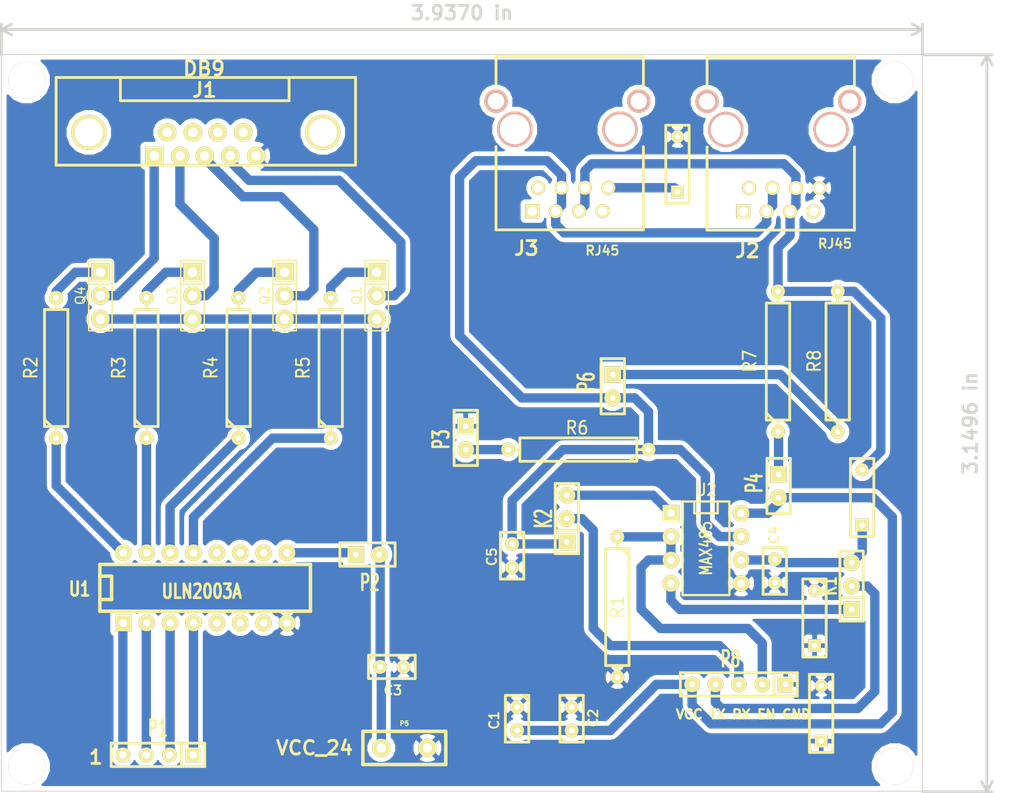
<source format=kicad_pcb>
(kicad_pcb (version 3) (host pcbnew "(2013-07-07 BZR 4022)-stable")

  (general
    (links 72)
    (no_connects 2)
    (area 57.201599 134.400001 172.25 220.933)
    (thickness 1.6)
    (drawings 10)
    (tracks 164)
    (zones 0)
    (modules 39)
    (nets 33)
  )

  (page A3)
  (layers
    (15 F.Cu signal)
    (0 B.Cu signal)
    (16 B.Adhes user)
    (17 F.Adhes user)
    (18 B.Paste user)
    (19 F.Paste user)
    (20 B.SilkS user)
    (21 F.SilkS user)
    (22 B.Mask user)
    (23 F.Mask user)
    (24 Dwgs.User user)
    (25 Cmts.User user)
    (26 Eco1.User user)
    (27 Eco2.User user)
    (28 Edge.Cuts user)
  )

  (setup
    (last_trace_width 1.016)
    (trace_clearance 0.254)
    (zone_clearance 0.508)
    (zone_45_only yes)
    (trace_min 0.254)
    (segment_width 0.2)
    (edge_width 0.1)
    (via_size 0.889)
    (via_drill 0.635)
    (via_min_size 0.889)
    (via_min_drill 0.508)
    (uvia_size 0.508)
    (uvia_drill 0.127)
    (uvias_allowed no)
    (uvia_min_size 0.508)
    (uvia_min_drill 0.127)
    (pcb_text_width 0.3)
    (pcb_text_size 1.5 1.5)
    (mod_edge_width 0.15)
    (mod_text_size 1 1)
    (mod_text_width 0.15)
    (pad_size 4 4)
    (pad_drill 4)
    (pad_to_mask_clearance 0)
    (aux_axis_origin 0 0)
    (visible_elements 7FFFFFFF)
    (pcbplotparams
      (layerselection 283115521)
      (usegerberextensions true)
      (excludeedgelayer true)
      (linewidth 0.150000)
      (plotframeref false)
      (viasonmask false)
      (mode 1)
      (useauxorigin false)
      (hpglpennumber 1)
      (hpglpenspeed 20)
      (hpglpendiameter 15)
      (hpglpenoverlay 2)
      (psnegative false)
      (psa4output false)
      (plotreference true)
      (plotvalue true)
      (plotothertext true)
      (plotinvisibletext false)
      (padsonsilk false)
      (subtractmaskfromsilk false)
      (outputformat 1)
      (mirror false)
      (drillshape 0)
      (scaleselection 1)
      (outputdirectory ""))
  )

  (net 0 "")
  (net 1 /RS485_A_1)
  (net 2 /RS485_A_2)
  (net 3 /RS485_B)
  (net 4 /RX)
  (net 5 /SER_RX)
  (net 6 /SER_TX)
  (net 7 /TX)
  (net 8 /TX_EN)
  (net 9 /ULN1)
  (net 10 /ULN2)
  (net 11 /ULN3)
  (net 12 /ULN4)
  (net 13 /VCC_24V)
  (net 14 GND)
  (net 15 N-000001)
  (net 16 N-0000010)
  (net 17 N-0000011)
  (net 18 N-0000013)
  (net 19 N-000002)
  (net 20 N-0000020)
  (net 21 N-0000021)
  (net 22 N-0000022)
  (net 23 N-0000023)
  (net 24 N-0000025)
  (net 25 N-000003)
  (net 26 N-000004)
  (net 27 N-000005)
  (net 28 N-000006)
  (net 29 N-000007)
  (net 30 N-000008)
  (net 31 N-000009)
  (net 32 VCC)

  (net_class Default "This is the default net class."
    (clearance 0.254)
    (trace_width 1.016)
    (via_dia 0.889)
    (via_drill 0.635)
    (uvia_dia 0.508)
    (uvia_drill 0.127)
    (add_net "")
    (add_net /RS485_A_1)
    (add_net /RS485_A_2)
    (add_net /RS485_B)
    (add_net /RX)
    (add_net /SER_RX)
    (add_net /SER_TX)
    (add_net /TX)
    (add_net /TX_EN)
    (add_net /ULN1)
    (add_net /ULN2)
    (add_net /ULN3)
    (add_net /ULN4)
    (add_net /VCC_24V)
    (add_net GND)
    (add_net N-000001)
    (add_net N-0000010)
    (add_net N-0000011)
    (add_net N-0000013)
    (add_net N-000002)
    (add_net N-0000020)
    (add_net N-0000021)
    (add_net N-0000022)
    (add_net N-0000023)
    (add_net N-0000025)
    (add_net N-000003)
    (add_net N-000004)
    (add_net N-000005)
    (add_net N-000006)
    (add_net N-000007)
    (add_net N-000008)
    (add_net N-000009)
    (add_net VCC)
  )

  (module Ideonics_TIP127 (layer F.Cu) (tedit 527B2B4B) (tstamp 527B36B4)
    (at 88 166.15 270)
    (descr "Connecteur 3 pins")
    (tags "CONN DEV")
    (path /5278EAC7)
    (fp_text reference Q2 (at -0.01016 2.17932 270) (layer F.SilkS)
      (effects (font (size 1.016 1.016) (thickness 0.1524)))
    )
    (fp_text value TIP127 (at 0 -2.159 270) (layer F.SilkS) hide
      (effects (font (size 0.127 0.127) (thickness 0.03175)))
    )
    (fp_line (start -3.81 1.27) (end -3.81 -1.27) (layer F.SilkS) (width 0.1524))
    (fp_line (start -3.81 -1.27) (end 3.81 -1.27) (layer F.SilkS) (width 0.1524))
    (fp_line (start 3.81 -1.27) (end 3.81 1.27) (layer F.SilkS) (width 0.1524))
    (fp_line (start 3.81 1.27) (end -3.81 1.27) (layer F.SilkS) (width 0.1524))
    (fp_line (start -1.27 -1.27) (end -1.27 1.27) (layer F.SilkS) (width 0.1524))
    (pad 1 thru_hole rect (at -2.54 0 270) (size 2 2) (drill 1.016)
      (layers *.Cu *.Mask F.SilkS)
      (net 11 /ULN3)
    )
    (pad 2 thru_hole circle (at 0 0 270) (size 2 2) (drill 1.016)
      (layers *.Cu *.Mask F.SilkS)
      (net 25 N-000003)
    )
    (pad 3 thru_hole circle (at 2.54 0 270) (size 2 2) (drill 1.016)
      (layers *.Cu *.Mask F.SilkS)
      (net 13 /VCC_24V)
    )
    (model pin_array/pins_array_3x1.wrl
      (at (xyz 0 0 0))
      (scale (xyz 1 1 1))
      (rotate (xyz 0 0 0))
    )
  )

  (module Ideonics_TIP127 (layer F.Cu) (tedit 527B2B4B) (tstamp 527B36C0)
    (at 78 166.15 270)
    (descr "Connecteur 3 pins")
    (tags "CONN DEV")
    (path /5278EAD2)
    (fp_text reference Q3 (at -0.01016 2.17932 270) (layer F.SilkS)
      (effects (font (size 1.016 1.016) (thickness 0.1524)))
    )
    (fp_text value TIP127 (at 0 -2.159 270) (layer F.SilkS) hide
      (effects (font (size 0.127 0.127) (thickness 0.03175)))
    )
    (fp_line (start -3.81 1.27) (end -3.81 -1.27) (layer F.SilkS) (width 0.1524))
    (fp_line (start -3.81 -1.27) (end 3.81 -1.27) (layer F.SilkS) (width 0.1524))
    (fp_line (start 3.81 -1.27) (end 3.81 1.27) (layer F.SilkS) (width 0.1524))
    (fp_line (start 3.81 1.27) (end -3.81 1.27) (layer F.SilkS) (width 0.1524))
    (fp_line (start -1.27 -1.27) (end -1.27 1.27) (layer F.SilkS) (width 0.1524))
    (pad 1 thru_hole rect (at -2.54 0 270) (size 2 2) (drill 1.016)
      (layers *.Cu *.Mask F.SilkS)
      (net 10 /ULN2)
    )
    (pad 2 thru_hole circle (at 0 0 270) (size 2 2) (drill 1.016)
      (layers *.Cu *.Mask F.SilkS)
      (net 26 N-000004)
    )
    (pad 3 thru_hole circle (at 2.54 0 270) (size 2 2) (drill 1.016)
      (layers *.Cu *.Mask F.SilkS)
      (net 13 /VCC_24V)
    )
    (model pin_array/pins_array_3x1.wrl
      (at (xyz 0 0 0))
      (scale (xyz 1 1 1))
      (rotate (xyz 0 0 0))
    )
  )

  (module Ideonics_TIP127 (layer F.Cu) (tedit 527B2B4B) (tstamp 5281C511)
    (at 68 166.15 270)
    (descr "Connecteur 3 pins")
    (tags "CONN DEV")
    (path /5278EAD8)
    (fp_text reference Q4 (at -0.01016 2.17932 270) (layer F.SilkS)
      (effects (font (size 1.016 1.016) (thickness 0.1524)))
    )
    (fp_text value TIP127 (at 0 -2.159 270) (layer F.SilkS) hide
      (effects (font (size 0.127 0.127) (thickness 0.03175)))
    )
    (fp_line (start -3.81 1.27) (end -3.81 -1.27) (layer F.SilkS) (width 0.1524))
    (fp_line (start -3.81 -1.27) (end 3.81 -1.27) (layer F.SilkS) (width 0.1524))
    (fp_line (start 3.81 -1.27) (end 3.81 1.27) (layer F.SilkS) (width 0.1524))
    (fp_line (start 3.81 1.27) (end -3.81 1.27) (layer F.SilkS) (width 0.1524))
    (fp_line (start -1.27 -1.27) (end -1.27 1.27) (layer F.SilkS) (width 0.1524))
    (pad 1 thru_hole rect (at -2.54 0 270) (size 2 2) (drill 1.016)
      (layers *.Cu *.Mask F.SilkS)
      (net 9 /ULN1)
    )
    (pad 2 thru_hole circle (at 0 0 270) (size 2 2) (drill 1.016)
      (layers *.Cu *.Mask F.SilkS)
      (net 27 N-000005)
    )
    (pad 3 thru_hole circle (at 2.54 0 270) (size 2 2) (drill 1.016)
      (layers *.Cu *.Mask F.SilkS)
      (net 13 /VCC_24V)
    )
    (model pin_array/pins_array_3x1.wrl
      (at (xyz 0 0 0))
      (scale (xyz 1 1 1))
      (rotate (xyz 0 0 0))
    )
  )

  (module Ideonics_TIP127 (layer F.Cu) (tedit 527B2B4B) (tstamp 527B36D8)
    (at 98 166.15 270)
    (descr "Connecteur 3 pins")
    (tags "CONN DEV")
    (path /5278EABA)
    (fp_text reference Q1 (at -0.01016 2.17932 270) (layer F.SilkS)
      (effects (font (size 1.016 1.016) (thickness 0.1524)))
    )
    (fp_text value TIP127 (at 0 -2.159 270) (layer F.SilkS) hide
      (effects (font (size 0.127 0.127) (thickness 0.03175)))
    )
    (fp_line (start -3.81 1.27) (end -3.81 -1.27) (layer F.SilkS) (width 0.1524))
    (fp_line (start -3.81 -1.27) (end 3.81 -1.27) (layer F.SilkS) (width 0.1524))
    (fp_line (start 3.81 -1.27) (end 3.81 1.27) (layer F.SilkS) (width 0.1524))
    (fp_line (start 3.81 1.27) (end -3.81 1.27) (layer F.SilkS) (width 0.1524))
    (fp_line (start -1.27 -1.27) (end -1.27 1.27) (layer F.SilkS) (width 0.1524))
    (pad 1 thru_hole rect (at -2.54 0 270) (size 2 2) (drill 1.016)
      (layers *.Cu *.Mask F.SilkS)
      (net 12 /ULN4)
    )
    (pad 2 thru_hole circle (at 0 0 270) (size 2 2) (drill 1.016)
      (layers *.Cu *.Mask F.SilkS)
      (net 19 N-000002)
    )
    (pad 3 thru_hole circle (at 2.54 0 270) (size 2 2) (drill 1.016)
      (layers *.Cu *.Mask F.SilkS)
      (net 13 /VCC_24V)
    )
    (model pin_array/pins_array_3x1.wrl
      (at (xyz 0 0 0))
      (scale (xyz 1 1 1))
      (rotate (xyz 0 0 0))
    )
  )

  (module Ideonics_RMC_5 (layer F.Cu) (tedit 528229D5) (tstamp 5281D992)
    (at 136.05 208.35 180)
    (descr "Connecteur 5 pins")
    (tags "CONN DEV")
    (path /527B31A7)
    (fp_text reference P8 (at -0.35 2.75 180) (layer F.SilkS)
      (effects (font (size 1.72974 1.08712) (thickness 0.3048)))
    )
    (fp_text value "" (at -0.03 2.83 180) (layer F.SilkS) hide
      (effects (font (size 1.524 1.016) (thickness 0.254)))
    )
    (fp_line (start -7.62 1.27) (end -7.62 -1.27) (layer F.SilkS) (width 0.3048))
    (fp_line (start -7.62 -1.27) (end 5.08 -1.27) (layer F.SilkS) (width 0.3048))
    (fp_line (start 5.08 -1.27) (end 5.08 1.27) (layer F.SilkS) (width 0.3048))
    (fp_line (start 5.08 1.27) (end -7.62 1.27) (layer F.SilkS) (width 0.3048))
    (fp_line (start -5.08 1.27) (end -5.08 -1.27) (layer F.SilkS) (width 0.3048))
    (pad 1 thru_hole rect (at -6.35 0 180) (size 1.7 1.7) (drill 0.6)
      (layers *.Cu *.Mask F.SilkS)
      (net 14 GND)
    )
    (pad 2 thru_hole circle (at -3.81 0 180) (size 1.7 1.7) (drill 0.6)
      (layers *.Cu *.Mask F.SilkS)
      (net 8 /TX_EN)
    )
    (pad 3 thru_hole circle (at -1.27 0 180) (size 1.7 1.7) (drill 0.6)
      (layers *.Cu *.Mask F.SilkS)
      (net 5 /SER_RX)
    )
    (pad 4 thru_hole circle (at 1.27 0 180) (size 1.7 1.7) (drill 0.6)
      (layers *.Cu *.Mask F.SilkS)
      (net 6 /SER_TX)
    )
    (pad 5 thru_hole circle (at 3.81 0 180) (size 1.7 1.7) (drill 0.6)
      (layers *.Cu *.Mask F.SilkS)
      (net 32 VCC)
    )
  )

  (module Ideonics_RMC_4Pin (layer F.Cu) (tedit 5282258B) (tstamp 527B36F5)
    (at 74.25 216 180)
    (descr "Connecteur 4 pibs")
    (tags "CONN DEV")
    (path /5278F25A)
    (fp_text reference P1 (at 0.01524 2.88544 180) (layer F.SilkS)
      (effects (font (size 1.73482 1.08712) (thickness 0.27178)))
    )
    (fp_text value "" (at 0 -2.54 180) (layer F.SilkS) hide
      (effects (font (size 1.524 1.016) (thickness 0.254)))
    )
    (fp_line (start -5.08 -1.27) (end -5.08 -1.27) (layer F.SilkS) (width 0.3048))
    (fp_line (start -5.08 1.27) (end -5.08 -1.27) (layer F.SilkS) (width 0.3048))
    (fp_line (start -5.08 -1.27) (end -5.08 -1.27) (layer F.SilkS) (width 0.3048))
    (fp_line (start -5.08 -1.27) (end 5.08 -1.27) (layer F.SilkS) (width 0.3048))
    (fp_line (start 5.08 -1.27) (end 5.08 1.27) (layer F.SilkS) (width 0.3048))
    (fp_line (start 5.08 1.27) (end -5.08 1.27) (layer F.SilkS) (width 0.3048))
    (fp_line (start -2.54 1.27) (end -2.54 -1.27) (layer F.SilkS) (width 0.3048))
    (pad 1 thru_hole rect (at -3.81 0 180) (size 1.6 1.6) (drill 0.8128)
      (layers *.Cu *.Mask F.SilkS)
      (net 28 N-000006)
    )
    (pad 2 thru_hole circle (at -1.27 0 180) (size 1.6 1.6) (drill 0.8128)
      (layers *.Cu *.Mask F.SilkS)
      (net 29 N-000007)
    )
    (pad 3 thru_hole circle (at 1.27 0 180) (size 1.6 1.6) (drill 0.8128)
      (layers *.Cu *.Mask F.SilkS)
      (net 30 N-000008)
    )
    (pad 4 thru_hole circle (at 3.81 0 180) (size 1.6 1.6) (drill 0.8128)
      (layers *.Cu *.Mask F.SilkS)
      (net 31 N-000009)
    )
  )

  (module Ideonics_RMC_2 (layer F.Cu) (tedit 528225C2) (tstamp 527B370B)
    (at 141.64 186.81 270)
    (descr "Connecteurs 2 pins")
    (tags "CONN DEV")
    (path /527B19D3)
    (fp_text reference P4 (at -0.31 2.64 270) (layer F.SilkS)
      (effects (font (size 1.72974 1.08712) (thickness 0.27178)))
    )
    (fp_text value "" (at 0 -2.54 270) (layer F.SilkS) hide
      (effects (font (size 1.524 1.016) (thickness 0.254)))
    )
    (fp_line (start -3 1.27) (end -3 -1.27) (layer F.SilkS) (width 0.3048))
    (fp_line (start -3 -1.27) (end 3 -1.27) (layer F.SilkS) (width 0.3048))
    (fp_line (start 3 -1.27) (end 3 1.27) (layer F.SilkS) (width 0.3048))
    (fp_line (start 3 1.27) (end -3 1.27) (layer F.SilkS) (width 0.3048))
    (pad 1 thru_hole rect (at -1.27 0.01016 270) (size 1.8 1.8) (drill 0.6)
      (layers *.Cu *.Mask F.SilkS)
      (net 24 N-0000025)
    )
    (pad 2 thru_hole circle (at 1.27 0.01016 270) (size 1.8 1.8) (drill 0.6)
      (layers *.Cu *.Mask F.SilkS)
      (net 32 VCC)
    )
  )

  (module Ideonics_RMC_2 (layer F.Cu) (tedit 528225F8) (tstamp 527B3715)
    (at 107.67 181.59 270)
    (descr "Connecteurs 2 pins")
    (tags "CONN DEV")
    (path /527B1979)
    (fp_text reference P3 (at 0.16 2.67 270) (layer F.SilkS)
      (effects (font (size 1.72974 1.08712) (thickness 0.27178)))
    )
    (fp_text value "" (at 0 -2.54 270) (layer F.SilkS) hide
      (effects (font (size 1.524 1.016) (thickness 0.254)))
    )
    (fp_line (start -3 1.27) (end -3 -1.27) (layer F.SilkS) (width 0.3048))
    (fp_line (start -3 -1.27) (end 3 -1.27) (layer F.SilkS) (width 0.3048))
    (fp_line (start 3 -1.27) (end 3 1.27) (layer F.SilkS) (width 0.3048))
    (fp_line (start 3 1.27) (end -3 1.27) (layer F.SilkS) (width 0.3048))
    (pad 1 thru_hole rect (at -1.27 0.01016 270) (size 1.8 1.8) (drill 0.6)
      (layers *.Cu *.Mask F.SilkS)
      (net 14 GND)
    )
    (pad 2 thru_hole circle (at 1.27 0.01016 270) (size 1.8 1.8) (drill 0.6)
      (layers *.Cu *.Mask F.SilkS)
      (net 23 N-0000023)
    )
  )

  (module Ideonics_RMC_2 (layer F.Cu) (tedit 528225FF) (tstamp 527B371F)
    (at 97 194.25)
    (descr "Connecteurs 2 pins")
    (tags "CONN DEV")
    (path /5278FFFB)
    (fp_text reference P2 (at 0.2476 3.05384) (layer F.SilkS)
      (effects (font (size 1.72974 1.08712) (thickness 0.27178)))
    )
    (fp_text value "" (at 0 -2.54) (layer F.SilkS) hide
      (effects (font (size 1.524 1.016) (thickness 0.254)))
    )
    (fp_line (start -3 1.27) (end -3 -1.27) (layer F.SilkS) (width 0.3048))
    (fp_line (start -3 -1.27) (end 3 -1.27) (layer F.SilkS) (width 0.3048))
    (fp_line (start 3 -1.27) (end 3 1.27) (layer F.SilkS) (width 0.3048))
    (fp_line (start 3 1.27) (end -3 1.27) (layer F.SilkS) (width 0.3048))
    (pad 1 thru_hole rect (at -1.27 0.01016) (size 1.8 1.8) (drill 0.6)
      (layers *.Cu *.Mask F.SilkS)
      (net 15 N-000001)
    )
    (pad 2 thru_hole circle (at 1.27 0.01016) (size 1.8 1.8) (drill 0.6)
      (layers *.Cu *.Mask F.SilkS)
      (net 13 /VCC_24V)
    )
  )

  (module Ideonics_RMC_2 (layer F.Cu) (tedit 528204C4) (tstamp 527B3729)
    (at 123.63 175.98 270)
    (descr "Connecteurs 2 pins")
    (tags "CONN DEV")
    (path /527B19E3)
    (fp_text reference P6 (at -0.48 2.88 270) (layer F.SilkS)
      (effects (font (size 1.72974 1.08712) (thickness 0.27178)))
    )
    (fp_text value CONN_2 (at 0 -2.54 270) (layer F.SilkS) hide
      (effects (font (size 1.524 1.016) (thickness 0.254)))
    )
    (fp_line (start -3 1.27) (end -3 -1.27) (layer F.SilkS) (width 0.3048))
    (fp_line (start -3 -1.27) (end 3 -1.27) (layer F.SilkS) (width 0.3048))
    (fp_line (start 3 -1.27) (end 3 1.27) (layer F.SilkS) (width 0.3048))
    (fp_line (start 3 1.27) (end -3 1.27) (layer F.SilkS) (width 0.3048))
    (pad 1 thru_hole rect (at -1.27 0.01016 270) (size 1.8 1.8) (drill 0.6)
      (layers *.Cu *.Mask F.SilkS)
      (net 16 N-0000010)
    )
    (pad 2 thru_hole circle (at 1.27 0.01016 270) (size 1.8 1.8) (drill 0.6)
      (layers *.Cu *.Mask F.SilkS)
      (net 3 /RS485_B)
    )
  )

  (module Ideonics_R (layer F.Cu) (tedit 528204AE) (tstamp 5281E5FB)
    (at 148.05 173.3 90)
    (descr "Resistance 6 pas")
    (tags R)
    (path /527B196D)
    (autoplace_cost180 10)
    (fp_text reference R8 (at 0.05 -2.55 90) (layer F.SilkS)
      (effects (font (size 1.397 1.27) (thickness 0.2032)))
    )
    (fp_text value 470 (at 0.05 3.45 90) (layer F.SilkS) hide
      (effects (font (size 1.397 1.27) (thickness 0.2032)))
    )
    (fp_line (start -6.35 -1.27) (end 6.35 -1.27) (layer F.SilkS) (width 0.3048))
    (fp_line (start 6.35 -1.27) (end 6.35 1.27) (layer F.SilkS) (width 0.3048))
    (fp_line (start 6.35 1.27) (end -6.35 1.27) (layer F.SilkS) (width 0.3048))
    (fp_line (start 6.35 0) (end 7.62 0) (layer F.SilkS) (width 0.3048))
    (fp_line (start -7.62 0) (end -6.35 0) (layer F.SilkS) (width 0.3048))
    (fp_line (start -6.35 -0.508) (end -5.588 -1.27) (layer F.SilkS) (width 0.3048))
    (fp_line (start -6.35 -1.27) (end -6.35 1.27) (layer F.SilkS) (width 0.3048))
    (pad 1 thru_hole circle (at -7.62 0 90) (size 1.5 1.5) (drill 0.6)
      (layers *.Cu *.Mask F.SilkS)
      (net 16 N-0000010)
    )
    (pad 2 thru_hole circle (at 7.62 0 90) (size 1.5 1.5) (drill 0.6)
      (layers *.Cu *.Mask F.SilkS)
      (net 2 /RS485_A_2)
    )
    (model discret/resistor.wrl
      (at (xyz 0 0 0))
      (scale (xyz 0.6 0.6 0.6))
      (rotate (xyz 0 0 0))
    )
  )

  (module Ideonics_R (layer F.Cu) (tedit 528204CE) (tstamp 528200A9)
    (at 119.89 182.86 180)
    (descr "Resistance 6 pas")
    (tags R)
    (path /527B198F)
    (autoplace_cost180 10)
    (fp_text reference R6 (at 0.14 2.36 180) (layer F.SilkS)
      (effects (font (size 1.397 1.27) (thickness 0.2032)))
    )
    (fp_text value 470 (at 0.39 -2.39 180) (layer F.SilkS) hide
      (effects (font (size 1.397 1.27) (thickness 0.2032)))
    )
    (fp_line (start -6.35 -1.27) (end 6.35 -1.27) (layer F.SilkS) (width 0.3048))
    (fp_line (start 6.35 -1.27) (end 6.35 1.27) (layer F.SilkS) (width 0.3048))
    (fp_line (start 6.35 1.27) (end -6.35 1.27) (layer F.SilkS) (width 0.3048))
    (fp_line (start 6.35 0) (end 7.62 0) (layer F.SilkS) (width 0.3048))
    (fp_line (start -7.62 0) (end -6.35 0) (layer F.SilkS) (width 0.3048))
    (fp_line (start -6.35 -0.508) (end -5.588 -1.27) (layer F.SilkS) (width 0.3048))
    (fp_line (start -6.35 -1.27) (end -6.35 1.27) (layer F.SilkS) (width 0.3048))
    (pad 1 thru_hole circle (at -7.62 0 180) (size 1.5 1.5) (drill 0.6)
      (layers *.Cu *.Mask F.SilkS)
      (net 3 /RS485_B)
    )
    (pad 2 thru_hole circle (at 7.62 0 180) (size 1.5 1.5) (drill 0.6)
      (layers *.Cu *.Mask F.SilkS)
      (net 23 N-0000023)
    )
    (model discret/resistor.wrl
      (at (xyz 0 0 0))
      (scale (xyz 0.6 0.6 0.6))
      (rotate (xyz 0 0 0))
    )
  )

  (module Ideonics_R (layer F.Cu) (tedit 528204B7) (tstamp 5281D66D)
    (at 141.57 173.3 90)
    (descr "Resistance 6 pas")
    (tags R)
    (path /527B1920)
    (autoplace_cost180 10)
    (fp_text reference R7 (at 0.05 -3.07 90) (layer F.SilkS)
      (effects (font (size 1.397 1.27) (thickness 0.2032)))
    )
    (fp_text value 470 (at 4.55 -2.82 90) (layer F.SilkS) hide
      (effects (font (size 1.397 1.27) (thickness 0.2032)))
    )
    (fp_line (start -6.35 -1.27) (end 6.35 -1.27) (layer F.SilkS) (width 0.3048))
    (fp_line (start 6.35 -1.27) (end 6.35 1.27) (layer F.SilkS) (width 0.3048))
    (fp_line (start 6.35 1.27) (end -6.35 1.27) (layer F.SilkS) (width 0.3048))
    (fp_line (start 6.35 0) (end 7.62 0) (layer F.SilkS) (width 0.3048))
    (fp_line (start -7.62 0) (end -6.35 0) (layer F.SilkS) (width 0.3048))
    (fp_line (start -6.35 -0.508) (end -5.588 -1.27) (layer F.SilkS) (width 0.3048))
    (fp_line (start -6.35 -1.27) (end -6.35 1.27) (layer F.SilkS) (width 0.3048))
    (pad 1 thru_hole circle (at -7.62 0 90) (size 1.5 1.5) (drill 0.6)
      (layers *.Cu *.Mask F.SilkS)
      (net 24 N-0000025)
    )
    (pad 2 thru_hole circle (at 7.62 0 90) (size 1.5 1.5) (drill 0.6)
      (layers *.Cu *.Mask F.SilkS)
      (net 2 /RS485_A_2)
    )
    (model discret/resistor.wrl
      (at (xyz 0 0 0))
      (scale (xyz 0.6 0.6 0.6))
      (rotate (xyz 0 0 0))
    )
  )

  (module Ideonics_R (layer F.Cu) (tedit 528204FA) (tstamp 527B3795)
    (at 63.2 174 90)
    (descr "Resistance 6 pas")
    (tags R)
    (path /5278EC11)
    (autoplace_cost180 10)
    (fp_text reference R2 (at 0.025 -2.75 90) (layer F.SilkS)
      (effects (font (size 1.397 1.27) (thickness 0.2032)))
    )
    (fp_text value 2.2K (at 0.025 3.25 90) (layer F.SilkS) hide
      (effects (font (size 1.397 1.27) (thickness 0.2032)))
    )
    (fp_line (start -6.35 -1.27) (end 6.35 -1.27) (layer F.SilkS) (width 0.3048))
    (fp_line (start 6.35 -1.27) (end 6.35 1.27) (layer F.SilkS) (width 0.3048))
    (fp_line (start 6.35 1.27) (end -6.35 1.27) (layer F.SilkS) (width 0.3048))
    (fp_line (start 6.35 0) (end 7.62 0) (layer F.SilkS) (width 0.3048))
    (fp_line (start -7.62 0) (end -6.35 0) (layer F.SilkS) (width 0.3048))
    (fp_line (start -6.35 -0.508) (end -5.588 -1.27) (layer F.SilkS) (width 0.3048))
    (fp_line (start -6.35 -1.27) (end -6.35 1.27) (layer F.SilkS) (width 0.3048))
    (pad 1 thru_hole circle (at -7.62 0 90) (size 1.5 1.5) (drill 0.6)
      (layers *.Cu *.Mask F.SilkS)
      (net 18 N-0000013)
    )
    (pad 2 thru_hole circle (at 7.62 0 90) (size 1.5 1.5) (drill 0.6)
      (layers *.Cu *.Mask F.SilkS)
      (net 9 /ULN1)
    )
    (model discret/resistor.wrl
      (at (xyz 0 0 0))
      (scale (xyz 0.6 0.6 0.6))
      (rotate (xyz 0 0 0))
    )
  )

  (module Ideonics_R (layer F.Cu) (tedit 520C69E1) (tstamp 527B37A2)
    (at 124.125 199.95 270)
    (descr "Resistance 6 pas")
    (tags R)
    (path /527B1973)
    (autoplace_cost180 10)
    (fp_text reference R1 (at 0 0 270) (layer F.SilkS)
      (effects (font (size 1.397 1.27) (thickness 0.2032)))
    )
    (fp_text value R (at 0.254 0 270) (layer F.SilkS) hide
      (effects (font (size 1.397 1.27) (thickness 0.2032)))
    )
    (fp_line (start -6.35 -1.27) (end 6.35 -1.27) (layer F.SilkS) (width 0.3048))
    (fp_line (start 6.35 -1.27) (end 6.35 1.27) (layer F.SilkS) (width 0.3048))
    (fp_line (start 6.35 1.27) (end -6.35 1.27) (layer F.SilkS) (width 0.3048))
    (fp_line (start 6.35 0) (end 7.62 0) (layer F.SilkS) (width 0.3048))
    (fp_line (start -7.62 0) (end -6.35 0) (layer F.SilkS) (width 0.3048))
    (fp_line (start -6.35 -0.508) (end -5.588 -1.27) (layer F.SilkS) (width 0.3048))
    (fp_line (start -6.35 -1.27) (end -6.35 1.27) (layer F.SilkS) (width 0.3048))
    (pad 1 thru_hole circle (at -7.62 0 270) (size 1.5 1.5) (drill 0.6)
      (layers *.Cu *.Mask F.SilkS)
      (net 8 /TX_EN)
    )
    (pad 2 thru_hole circle (at 7.62 0 270) (size 1.5 1.5) (drill 0.6)
      (layers *.Cu *.Mask F.SilkS)
      (net 14 GND)
    )
    (model discret/resistor.wrl
      (at (xyz 0 0 0))
      (scale (xyz 0.6 0.6 0.6))
      (rotate (xyz 0 0 0))
    )
  )

  (module Ideonics_R (layer F.Cu) (tedit 528204E8) (tstamp 527B37AF)
    (at 93 174 90)
    (descr "Resistance 6 pas")
    (tags R)
    (path /5278EC2D)
    (autoplace_cost180 10)
    (fp_text reference R5 (at 0.025 -3 90) (layer F.SilkS)
      (effects (font (size 1.397 1.27) (thickness 0.2032)))
    )
    (fp_text value 2.2K (at 0.025 3 90) (layer F.SilkS) hide
      (effects (font (size 1.397 1.27) (thickness 0.2032)))
    )
    (fp_line (start -6.35 -1.27) (end 6.35 -1.27) (layer F.SilkS) (width 0.3048))
    (fp_line (start 6.35 -1.27) (end 6.35 1.27) (layer F.SilkS) (width 0.3048))
    (fp_line (start 6.35 1.27) (end -6.35 1.27) (layer F.SilkS) (width 0.3048))
    (fp_line (start 6.35 0) (end 7.62 0) (layer F.SilkS) (width 0.3048))
    (fp_line (start -7.62 0) (end -6.35 0) (layer F.SilkS) (width 0.3048))
    (fp_line (start -6.35 -0.508) (end -5.588 -1.27) (layer F.SilkS) (width 0.3048))
    (fp_line (start -6.35 -1.27) (end -6.35 1.27) (layer F.SilkS) (width 0.3048))
    (pad 1 thru_hole circle (at -7.62 0 90) (size 1.5 1.5) (drill 0.6)
      (layers *.Cu *.Mask F.SilkS)
      (net 20 N-0000020)
    )
    (pad 2 thru_hole circle (at 7.62 0 90) (size 1.5 1.5) (drill 0.6)
      (layers *.Cu *.Mask F.SilkS)
      (net 12 /ULN4)
    )
    (model discret/resistor.wrl
      (at (xyz 0 0 0))
      (scale (xyz 0.6 0.6 0.6))
      (rotate (xyz 0 0 0))
    )
  )

  (module Ideonics_R (layer F.Cu) (tedit 528204E0) (tstamp 527B37BC)
    (at 83 174 90)
    (descr "Resistance 6 pas")
    (tags R)
    (path /5278EC24)
    (autoplace_cost180 10)
    (fp_text reference R4 (at 0.025 -3 90) (layer F.SilkS)
      (effects (font (size 1.397 1.27) (thickness 0.2032)))
    )
    (fp_text value 2.2K (at 0.025 2.75 90) (layer F.SilkS) hide
      (effects (font (size 1.397 1.27) (thickness 0.2032)))
    )
    (fp_line (start -6.35 -1.27) (end 6.35 -1.27) (layer F.SilkS) (width 0.3048))
    (fp_line (start 6.35 -1.27) (end 6.35 1.27) (layer F.SilkS) (width 0.3048))
    (fp_line (start 6.35 1.27) (end -6.35 1.27) (layer F.SilkS) (width 0.3048))
    (fp_line (start 6.35 0) (end 7.62 0) (layer F.SilkS) (width 0.3048))
    (fp_line (start -7.62 0) (end -6.35 0) (layer F.SilkS) (width 0.3048))
    (fp_line (start -6.35 -0.508) (end -5.588 -1.27) (layer F.SilkS) (width 0.3048))
    (fp_line (start -6.35 -1.27) (end -6.35 1.27) (layer F.SilkS) (width 0.3048))
    (pad 1 thru_hole circle (at -7.62 0 90) (size 1.5 1.5) (drill 0.6)
      (layers *.Cu *.Mask F.SilkS)
      (net 21 N-0000021)
    )
    (pad 2 thru_hole circle (at 7.62 0 90) (size 1.5 1.5) (drill 0.6)
      (layers *.Cu *.Mask F.SilkS)
      (net 11 /ULN3)
    )
    (model discret/resistor.wrl
      (at (xyz 0 0 0))
      (scale (xyz 0.6 0.6 0.6))
      (rotate (xyz 0 0 0))
    )
  )

  (module Ideonics_R (layer F.Cu) (tedit 528204F0) (tstamp 527B37C9)
    (at 73 174 90)
    (descr "Resistance 6 pas")
    (tags R)
    (path /5278EC1E)
    (autoplace_cost180 10)
    (fp_text reference R3 (at 0.025 -3 90) (layer F.SilkS)
      (effects (font (size 1.397 1.27) (thickness 0.2032)))
    )
    (fp_text value 2.2K (at 0.025 3 90) (layer F.SilkS) hide
      (effects (font (size 1.397 1.27) (thickness 0.2032)))
    )
    (fp_line (start -6.35 -1.27) (end 6.35 -1.27) (layer F.SilkS) (width 0.3048))
    (fp_line (start 6.35 -1.27) (end 6.35 1.27) (layer F.SilkS) (width 0.3048))
    (fp_line (start 6.35 1.27) (end -6.35 1.27) (layer F.SilkS) (width 0.3048))
    (fp_line (start 6.35 0) (end 7.62 0) (layer F.SilkS) (width 0.3048))
    (fp_line (start -7.62 0) (end -6.35 0) (layer F.SilkS) (width 0.3048))
    (fp_line (start -6.35 -0.508) (end -5.588 -1.27) (layer F.SilkS) (width 0.3048))
    (fp_line (start -6.35 -1.27) (end -6.35 1.27) (layer F.SilkS) (width 0.3048))
    (pad 1 thru_hole circle (at -7.62 0 90) (size 1.5 1.5) (drill 0.6)
      (layers *.Cu *.Mask F.SilkS)
      (net 22 N-0000022)
    )
    (pad 2 thru_hole circle (at 7.62 0 90) (size 1.5 1.5) (drill 0.6)
      (layers *.Cu *.Mask F.SilkS)
      (net 10 /ULN2)
    )
    (model discret/resistor.wrl
      (at (xyz 0 0 0))
      (scale (xyz 0.6 0.6 0.6))
      (rotate (xyz 0 0 0))
    )
  )

  (module Ideonics_MAX485 (layer F.Cu) (tedit 527B3FC3) (tstamp 527DDDFB)
    (at 133.75 193.575 270)
    (descr "8 pins DIL package, round pads")
    (tags DIL)
    (path /5278FD7F)
    (fp_text reference U2 (at -6.35 0 360) (layer F.SilkS)
      (effects (font (size 1.27 1.143) (thickness 0.2032)))
    )
    (fp_text value MAX485 (at 0 0 270) (layer F.SilkS)
      (effects (font (size 1.27 1.016) (thickness 0.2032)))
    )
    (fp_line (start -5.08 -1.27) (end -3.81 -1.27) (layer F.SilkS) (width 0.254))
    (fp_line (start -3.81 -1.27) (end -3.81 1.27) (layer F.SilkS) (width 0.254))
    (fp_line (start -3.81 1.27) (end -5.08 1.27) (layer F.SilkS) (width 0.254))
    (fp_line (start -5.08 -2.54) (end 5.08 -2.54) (layer F.SilkS) (width 0.254))
    (fp_line (start 5.08 -2.54) (end 5.08 2.54) (layer F.SilkS) (width 0.254))
    (fp_line (start 5.08 2.54) (end -5.08 2.54) (layer F.SilkS) (width 0.254))
    (fp_line (start -5.08 2.54) (end -5.08 -2.54) (layer F.SilkS) (width 0.254))
    (pad 1 thru_hole rect (at -3.81 3.81 270) (size 1.8 1.8) (drill 0.8128)
      (layers *.Cu *.Mask F.SilkS)
      (net 4 /RX)
    )
    (pad 2 thru_hole circle (at -1.27 3.81 270) (size 1.8 1.8) (drill 0.8128)
      (layers *.Cu *.Mask F.SilkS)
      (net 8 /TX_EN)
    )
    (pad 3 thru_hole circle (at 1.27 3.81 270) (size 1.8 1.8) (drill 0.8128)
      (layers *.Cu *.Mask F.SilkS)
      (net 8 /TX_EN)
    )
    (pad 4 thru_hole circle (at 3.81 3.81 270) (size 1.8 1.8) (drill 0.8128)
      (layers *.Cu *.Mask F.SilkS)
      (net 7 /TX)
    )
    (pad 5 thru_hole circle (at 3.81 -3.81 270) (size 1.8 1.8) (drill 0.8128)
      (layers *.Cu *.Mask F.SilkS)
      (net 14 GND)
    )
    (pad 6 thru_hole circle (at 1.27 -3.81 270) (size 1.8 1.8) (drill 0.8128)
      (layers *.Cu *.Mask F.SilkS)
      (net 1 /RS485_A_1)
    )
    (pad 7 thru_hole circle (at -1.27 -3.81 270) (size 1.8 1.8) (drill 0.8128)
      (layers *.Cu *.Mask F.SilkS)
      (net 3 /RS485_B)
    )
    (pad 8 thru_hole circle (at -3.81 -3.81 270) (size 1.8 1.8) (drill 0.8128)
      (layers *.Cu *.Mask F.SilkS)
      (net 32 VCC)
    )
    (model dil/dil_8.wrl
      (at (xyz 0 0 0))
      (scale (xyz 1 1 1))
      (rotate (xyz 0 0 0))
    )
  )

  (module Ideonics_Ceramic (layer F.Cu) (tedit 5282150A) (tstamp 527B3800)
    (at 141.22 196.03 270)
    (descr "Condensateur e = 1 pas")
    (tags C)
    (path /527B1911)
    (fp_text reference C4 (at -3.91 0.075 270) (layer F.SilkS)
      (effects (font (size 1.016 1.016) (thickness 0.2032)))
    )
    (fp_text value 100pF (at 0 -2.286 270) (layer F.SilkS) hide
      (effects (font (size 1.016 1.016) (thickness 0.2032)))
    )
    (fp_line (start -2.4892 -1.27) (end 2.54 -1.27) (layer F.SilkS) (width 0.3048))
    (fp_line (start 2.54 -1.27) (end 2.54 1.27) (layer F.SilkS) (width 0.3048))
    (fp_line (start 2.54 1.27) (end -2.54 1.27) (layer F.SilkS) (width 0.3048))
    (fp_line (start -2.54 1.27) (end -2.54 -1.27) (layer F.SilkS) (width 0.3048))
    (fp_line (start -2.54 -0.635) (end -1.905 -1.27) (layer F.SilkS) (width 0.3048))
    (pad 1 thru_hole circle (at -1.27 0 270) (size 1.5 1.5) (drill 0.6)
      (layers *.Cu *.Mask F.SilkS)
      (net 1 /RS485_A_1)
    )
    (pad 2 thru_hole circle (at 1.27 0 270) (size 1.5 1.5) (drill 0.6)
      (layers *.Cu *.Mask F.SilkS)
      (net 14 GND)
    )
    (model discret/capa_1_pas.wrl
      (at (xyz 0 0 0))
      (scale (xyz 1 1 1))
      (rotate (xyz 0 0 0))
    )
  )

  (module Ideonics_Ceramic (layer F.Cu) (tedit 52820476) (tstamp 527B380B)
    (at 112.7 194.375 270)
    (descr "Condensateur e = 1 pas")
    (tags C)
    (path /527B197F)
    (fp_text reference C5 (at 0.125 2.2 270) (layer F.SilkS)
      (effects (font (size 1.016 1.016) (thickness 0.2032)))
    )
    (fp_text value 100pF (at 0 -2.286 270) (layer F.SilkS) hide
      (effects (font (size 1.016 1.016) (thickness 0.2032)))
    )
    (fp_line (start -2.4892 -1.27) (end 2.54 -1.27) (layer F.SilkS) (width 0.3048))
    (fp_line (start 2.54 -1.27) (end 2.54 1.27) (layer F.SilkS) (width 0.3048))
    (fp_line (start 2.54 1.27) (end -2.54 1.27) (layer F.SilkS) (width 0.3048))
    (fp_line (start -2.54 1.27) (end -2.54 -1.27) (layer F.SilkS) (width 0.3048))
    (fp_line (start -2.54 -0.635) (end -1.905 -1.27) (layer F.SilkS) (width 0.3048))
    (pad 1 thru_hole circle (at -1.27 0 270) (size 1.5 1.5) (drill 0.6)
      (layers *.Cu *.Mask F.SilkS)
      (net 3 /RS485_B)
    )
    (pad 2 thru_hole circle (at 1.27 0 270) (size 1.5 1.5) (drill 0.6)
      (layers *.Cu *.Mask F.SilkS)
      (net 14 GND)
    )
    (model discret/capa_1_pas.wrl
      (at (xyz 0 0 0))
      (scale (xyz 1 1 1))
      (rotate (xyz 0 0 0))
    )
  )

  (module Ideonics_Ceramic (layer F.Cu) (tedit 5282259E) (tstamp 527DDDCB)
    (at 113.24 212.08 270)
    (descr "Condensateur e = 1 pas")
    (tags C)
    (path /527B1967)
    (fp_text reference C1 (at 0.17 2.49 270) (layer F.SilkS)
      (effects (font (size 1.016 1.016) (thickness 0.2032)))
    )
    (fp_text value 0.1uF (at -4.83 -0.01 270) (layer F.SilkS) hide
      (effects (font (size 1.016 1.016) (thickness 0.2032)))
    )
    (fp_line (start -2.4892 -1.27) (end 2.54 -1.27) (layer F.SilkS) (width 0.3048))
    (fp_line (start 2.54 -1.27) (end 2.54 1.27) (layer F.SilkS) (width 0.3048))
    (fp_line (start 2.54 1.27) (end -2.54 1.27) (layer F.SilkS) (width 0.3048))
    (fp_line (start -2.54 1.27) (end -2.54 -1.27) (layer F.SilkS) (width 0.3048))
    (fp_line (start -2.54 -0.635) (end -1.905 -1.27) (layer F.SilkS) (width 0.3048))
    (pad 1 thru_hole circle (at -1.27 0 270) (size 1.5 1.5) (drill 0.6)
      (layers *.Cu *.Mask F.SilkS)
      (net 14 GND)
    )
    (pad 2 thru_hole circle (at 1.27 0 270) (size 1.5 1.5) (drill 0.6)
      (layers *.Cu *.Mask F.SilkS)
      (net 32 VCC)
    )
    (model discret/capa_1_pas.wrl
      (at (xyz 0 0 0))
      (scale (xyz 1 1 1))
      (rotate (xyz 0 0 0))
    )
  )

  (module Ideonics_Ceramic (layer F.Cu) (tedit 528225A0) (tstamp 527B3821)
    (at 119.16 212.08 90)
    (descr "Condensateur e = 1 pas")
    (tags C)
    (path /527B1961)
    (fp_text reference C2 (at 0.08 2.34 90) (layer F.SilkS)
      (effects (font (size 1.016 1.016) (thickness 0.2032)))
    )
    (fp_text value 0.1uF (at 4.83 0.09 90) (layer F.SilkS) hide
      (effects (font (size 1.016 1.016) (thickness 0.2032)))
    )
    (fp_line (start -2.4892 -1.27) (end 2.54 -1.27) (layer F.SilkS) (width 0.3048))
    (fp_line (start 2.54 -1.27) (end 2.54 1.27) (layer F.SilkS) (width 0.3048))
    (fp_line (start 2.54 1.27) (end -2.54 1.27) (layer F.SilkS) (width 0.3048))
    (fp_line (start -2.54 1.27) (end -2.54 -1.27) (layer F.SilkS) (width 0.3048))
    (fp_line (start -2.54 -0.635) (end -1.905 -1.27) (layer F.SilkS) (width 0.3048))
    (pad 1 thru_hole circle (at -1.27 0 90) (size 1.5 1.5) (drill 0.6)
      (layers *.Cu *.Mask F.SilkS)
      (net 32 VCC)
    )
    (pad 2 thru_hole circle (at 1.27 0 90) (size 1.5 1.5) (drill 0.6)
      (layers *.Cu *.Mask F.SilkS)
      (net 14 GND)
    )
    (model discret/capa_1_pas.wrl
      (at (xyz 0 0 0))
      (scale (xyz 1 1 1))
      (rotate (xyz 0 0 0))
    )
  )

  (module Ideonics_Ceramic (layer F.Cu) (tedit 5282053E) (tstamp 527B382C)
    (at 99.6442 206.4512)
    (descr "Condensateur e = 1 pas")
    (tags C)
    (path /5279032A)
    (fp_text reference C3 (at 0.1058 2.5488) (layer F.SilkS)
      (effects (font (size 1.016 1.016) (thickness 0.2032)))
    )
    (fp_text value 104 (at 0 -2.286) (layer F.SilkS) hide
      (effects (font (size 1.016 1.016) (thickness 0.2032)))
    )
    (fp_line (start -2.4892 -1.27) (end 2.54 -1.27) (layer F.SilkS) (width 0.3048))
    (fp_line (start 2.54 -1.27) (end 2.54 1.27) (layer F.SilkS) (width 0.3048))
    (fp_line (start 2.54 1.27) (end -2.54 1.27) (layer F.SilkS) (width 0.3048))
    (fp_line (start -2.54 1.27) (end -2.54 -1.27) (layer F.SilkS) (width 0.3048))
    (fp_line (start -2.54 -0.635) (end -1.905 -1.27) (layer F.SilkS) (width 0.3048))
    (pad 1 thru_hole circle (at -1.27 0) (size 1.5 1.5) (drill 0.6)
      (layers *.Cu *.Mask F.SilkS)
      (net 13 /VCC_24V)
    )
    (pad 2 thru_hole circle (at 1.27 0) (size 1.5 1.5) (drill 0.6)
      (layers *.Cu *.Mask F.SilkS)
      (net 14 GND)
    )
    (model discret/capa_1_pas.wrl
      (at (xyz 0 0 0))
      (scale (xyz 1 1 1))
      (rotate (xyz 0 0 0))
    )
  )

  (module Idenoics_ULN2003 (layer F.Cu) (tedit 52822591) (tstamp 527B3852)
    (at 79.375 197.866)
    (descr "16 pins DIL package, round pads")
    (tags DIL)
    (path /5278EB6F)
    (fp_text reference U1 (at -13.625 0.134) (layer F.SilkS)
      (effects (font (size 1.524 1.143) (thickness 0.3048)))
    )
    (fp_text value ULN2003A (at -0.375 0.384) (layer F.SilkS)
      (effects (font (size 1.524 1.143) (thickness 0.3048)))
    )
    (fp_line (start -11.43 -1.27) (end -11.43 -1.27) (layer F.SilkS) (width 0.381))
    (fp_line (start -11.43 -1.27) (end -10.16 -1.27) (layer F.SilkS) (width 0.381))
    (fp_line (start -10.16 -1.27) (end -10.16 1.27) (layer F.SilkS) (width 0.381))
    (fp_line (start -10.16 1.27) (end -11.43 1.27) (layer F.SilkS) (width 0.381))
    (fp_line (start -11.43 -2.54) (end 11.43 -2.54) (layer F.SilkS) (width 0.381))
    (fp_line (start 11.43 -2.54) (end 11.43 2.54) (layer F.SilkS) (width 0.381))
    (fp_line (start 11.43 2.54) (end -11.43 2.54) (layer F.SilkS) (width 0.381))
    (fp_line (start -11.43 2.54) (end -11.43 -2.54) (layer F.SilkS) (width 0.381))
    (pad 1 thru_hole rect (at -8.89 3.81) (size 1.8 1.8) (drill 0.8128)
      (layers *.Cu *.Mask F.SilkS)
      (net 31 N-000009)
    )
    (pad 2 thru_hole circle (at -6.35 3.81) (size 1.8 1.8) (drill 0.8128)
      (layers *.Cu *.Mask F.SilkS)
      (net 30 N-000008)
    )
    (pad 3 thru_hole circle (at -3.81 3.81) (size 1.8 1.8) (drill 0.8128)
      (layers *.Cu *.Mask F.SilkS)
      (net 29 N-000007)
    )
    (pad 4 thru_hole circle (at -1.27 3.81) (size 1.8 1.8) (drill 0.8128)
      (layers *.Cu *.Mask F.SilkS)
      (net 28 N-000006)
    )
    (pad 5 thru_hole circle (at 1.27 3.81) (size 1.8 1.8) (drill 0.8128)
      (layers *.Cu *.Mask F.SilkS)
    )
    (pad 6 thru_hole circle (at 3.81 3.81) (size 1.8 1.8) (drill 0.8128)
      (layers *.Cu *.Mask F.SilkS)
    )
    (pad 7 thru_hole circle (at 6.35 3.81) (size 1.8 1.8) (drill 0.8128)
      (layers *.Cu *.Mask F.SilkS)
    )
    (pad 8 thru_hole circle (at 8.89 3.81) (size 1.8 1.8) (drill 0.8128)
      (layers *.Cu *.Mask F.SilkS)
      (net 14 GND)
    )
    (pad 9 thru_hole circle (at 8.89 -3.81) (size 1.8 1.8) (drill 0.8128)
      (layers *.Cu *.Mask F.SilkS)
      (net 15 N-000001)
    )
    (pad 10 thru_hole circle (at 6.35 -3.81) (size 1.8 1.8) (drill 0.8128)
      (layers *.Cu *.Mask F.SilkS)
    )
    (pad 11 thru_hole circle (at 3.81 -3.81) (size 1.8 1.8) (drill 0.8128)
      (layers *.Cu *.Mask F.SilkS)
    )
    (pad 12 thru_hole circle (at 1.27 -3.81) (size 1.8 1.8) (drill 0.8128)
      (layers *.Cu *.Mask F.SilkS)
    )
    (pad 13 thru_hole circle (at -1.27 -3.81) (size 1.8 1.8) (drill 0.8128)
      (layers *.Cu *.Mask F.SilkS)
      (net 20 N-0000020)
    )
    (pad 14 thru_hole circle (at -3.81 -3.81) (size 1.8 1.8) (drill 0.8128)
      (layers *.Cu *.Mask F.SilkS)
      (net 21 N-0000021)
    )
    (pad 15 thru_hole circle (at -6.35 -3.81) (size 1.8 1.8) (drill 0.8128)
      (layers *.Cu *.Mask F.SilkS)
      (net 22 N-0000022)
    )
    (pad 16 thru_hole circle (at -8.89 -3.81) (size 1.8 1.8) (drill 0.8128)
      (layers *.Cu *.Mask F.SilkS)
      (net 18 N-0000013)
    )
    (model dil/dil_16.wrl
      (at (xyz 0 0 0))
      (scale (xyz 1 1 1))
      (rotate (xyz 0 0 0))
    )
  )

  (module Ideonics_RMC_3 (layer F.Cu) (tedit 522729A9) (tstamp 52821E1A)
    (at 149.56 197.67 90)
    (descr "Connecteur 3 pins")
    (tags "CONN DEV")
    (path /5281CF4B)
    (fp_text reference K1 (at 0 -2.54 90) (layer F.SilkS)
      (effects (font (size 1.7907 1.07696) (thickness 0.3048)))
    )
    (fp_text value CONN_3 (at 0.29972 3.06324 90) (layer F.SilkS) hide
      (effects (font (size 0.127 0.127) (thickness 0.01)))
    )
    (fp_line (start -3.81 1.27) (end -3.81 -1.27) (layer F.SilkS) (width 0.3048))
    (fp_line (start -3.81 -1.27) (end 3.81 -1.27) (layer F.SilkS) (width 0.3048))
    (fp_line (start 3.81 -1.27) (end 3.81 1.27) (layer F.SilkS) (width 0.3048))
    (fp_line (start 3.81 1.27) (end -3.81 1.27) (layer F.SilkS) (width 0.3048))
    (fp_line (start -1.27 -1.27) (end -1.27 1.27) (layer F.SilkS) (width 0.3048))
    (pad 1 thru_hole rect (at -2.54 0 90) (size 1.8 1.8) (drill 0.6)
      (layers *.Cu *.Mask F.SilkS)
      (net 7 /TX)
    )
    (pad 2 thru_hole circle (at 0 0 90) (size 1.8 1.8) (drill 0.6)
      (layers *.Cu *.Mask F.SilkS)
      (net 6 /SER_TX)
    )
    (pad 3 thru_hole circle (at 2.54 0 90) (size 1.8 1.8) (drill 0.6)
      (layers *.Cu *.Mask F.SilkS)
      (net 1 /RS485_A_1)
    )
  )

  (module Ideonics_RMC_3 (layer F.Cu) (tedit 522729A9) (tstamp 5281D1B4)
    (at 118.65 190.35 90)
    (descr "Connecteur 3 pins")
    (tags "CONN DEV")
    (path /5281CF58)
    (fp_text reference K2 (at 0 -2.54 90) (layer F.SilkS)
      (effects (font (size 1.7907 1.07696) (thickness 0.3048)))
    )
    (fp_text value CONN_3 (at 0.29972 3.06324 90) (layer F.SilkS) hide
      (effects (font (size 0.127 0.127) (thickness 0.01)))
    )
    (fp_line (start -3.81 1.27) (end -3.81 -1.27) (layer F.SilkS) (width 0.3048))
    (fp_line (start -3.81 -1.27) (end 3.81 -1.27) (layer F.SilkS) (width 0.3048))
    (fp_line (start 3.81 -1.27) (end 3.81 1.27) (layer F.SilkS) (width 0.3048))
    (fp_line (start 3.81 1.27) (end -3.81 1.27) (layer F.SilkS) (width 0.3048))
    (fp_line (start -1.27 -1.27) (end -1.27 1.27) (layer F.SilkS) (width 0.3048))
    (pad 1 thru_hole rect (at -2.54 0 90) (size 1.8 1.8) (drill 0.6)
      (layers *.Cu *.Mask F.SilkS)
      (net 3 /RS485_B)
    )
    (pad 2 thru_hole circle (at 0 0 90) (size 1.8 1.8) (drill 0.6)
      (layers *.Cu *.Mask F.SilkS)
      (net 5 /SER_RX)
    )
    (pad 3 thru_hole circle (at 2.54 0 90) (size 1.8 1.8) (drill 0.6)
      (layers *.Cu *.Mask F.SilkS)
      (net 4 /RX)
    )
  )

  (module Ideonics_RJ45 (layer F.Cu) (tedit 52820516) (tstamp 5281F6BE)
    (at 137.8 157 180)
    (tags RJ45)
    (path /5278F715)
    (fp_text reference J2 (at -0.45 -4.25 180) (layer F.SilkS)
      (effects (font (size 1.524 1.524) (thickness 0.3048)))
    )
    (fp_text value RJ45 (at -9.95 -3.5 180) (layer F.SilkS)
      (effects (font (size 1.00076 1.00076) (thickness 0.2032)))
    )
    (fp_line (start -12.065 -2.03) (end 3.935 -2.03) (layer F.SilkS) (width 0.3048))
    (fp_line (start 3.937 16.77) (end 3.937 13.7) (layer F.SilkS) (width 0.3048))
    (fp_line (start 3.937 7) (end 3.937 -2.03) (layer F.SilkS) (width 0.3048))
    (fp_line (start -12.065 16.77) (end -12.065 13.6) (layer F.SilkS) (width 0.3048))
    (fp_line (start -12.065 7) (end -12.065 -2.03) (layer F.SilkS) (width 0.3048))
    (fp_line (start -12.065 16.77) (end 3.937 16.77) (layer F.SilkS) (width 0.3048))
    (pad Hole thru_hole circle (at 1.905 8.89 180) (size 3.85064 3.85064) (drill 3.25)
      (layers *.Cu *.SilkS *.Mask)
    )
    (pad Hole thru_hole circle (at -9.525 8.89 180) (size 3.85064 3.85064) (drill 3.25)
      (layers *.Cu *.SilkS *.Mask)
    )
    (pad 8 thru_hole circle (at -8.255 2.54 180) (size 1.524 1.524) (drill 1.016)
      (layers *.Cu *.Mask F.SilkS)
      (net 14 GND)
    )
    (pad 7 thru_hole circle (at -7.62 0 180) (size 1.524 1.524) (drill 1.016)
      (layers *.Cu *.Mask F.SilkS)
    )
    (pad 6 thru_hole circle (at -5.715 2.54 180) (size 1.524 1.524) (drill 1.016)
      (layers *.Cu *.Mask F.SilkS)
      (net 2 /RS485_A_2)
    )
    (pad 5 thru_hole circle (at -5.08 0 180) (size 1.524 1.524) (drill 1.016)
      (layers *.Cu *.Mask F.SilkS)
      (net 2 /RS485_A_2)
    )
    (pad 4 thru_hole circle (at -3.175 2.54 180) (size 1.524 1.524) (drill 1.016)
      (layers *.Cu *.Mask F.SilkS)
      (net 3 /RS485_B)
    )
    (pad 3 thru_hole circle (at -2.54 0 180) (size 1.524 1.524) (drill 1.016)
      (layers *.Cu *.Mask F.SilkS)
      (net 3 /RS485_B)
    )
    (pad 2 thru_hole circle (at -0.635 2.54 180) (size 1.524 1.524) (drill 1.016)
      (layers *.Cu *.Mask F.SilkS)
    )
    (pad 13 thru_hole circle (at 3.937 11.94 180) (size 2.54 2.54) (drill 1.778)
      (layers *.Cu *.SilkS *.Mask)
    )
    (pad 13 thru_hole circle (at -11.557 11.94 180) (size 2.54 2.54) (drill 1.778)
      (layers *.Cu *.SilkS *.Mask)
    )
    (pad 1 thru_hole rect (at 0 0 180) (size 1.524 1.524) (drill 1.016)
      (layers *.Cu *.Mask F.SilkS)
    )
  )

  (module Ideonics_RJ45 (layer F.Cu) (tedit 52820510) (tstamp 5281F6D4)
    (at 114.89 156.97 180)
    (tags RJ45)
    (path /5278F74E)
    (fp_text reference J3 (at 0.64 -4.03 180) (layer F.SilkS)
      (effects (font (size 1.524 1.524) (thickness 0.3048)))
    )
    (fp_text value RJ45 (at -7.61 -4.28 180) (layer F.SilkS)
      (effects (font (size 1.00076 1.00076) (thickness 0.2032)))
    )
    (fp_line (start -12.065 -2.03) (end 3.935 -2.03) (layer F.SilkS) (width 0.3048))
    (fp_line (start 3.937 16.77) (end 3.937 13.7) (layer F.SilkS) (width 0.3048))
    (fp_line (start 3.937 7) (end 3.937 -2.03) (layer F.SilkS) (width 0.3048))
    (fp_line (start -12.065 16.77) (end -12.065 13.6) (layer F.SilkS) (width 0.3048))
    (fp_line (start -12.065 7) (end -12.065 -2.03) (layer F.SilkS) (width 0.3048))
    (fp_line (start -12.065 16.77) (end 3.937 16.77) (layer F.SilkS) (width 0.3048))
    (pad Hole thru_hole circle (at 1.905 8.89 180) (size 3.85064 3.85064) (drill 3.25)
      (layers *.Cu *.SilkS *.Mask)
    )
    (pad Hole thru_hole circle (at -9.525 8.89 180) (size 3.85064 3.85064) (drill 3.25)
      (layers *.Cu *.SilkS *.Mask)
    )
    (pad 8 thru_hole circle (at -8.255 2.54 180) (size 1.524 1.524) (drill 1.016)
      (layers *.Cu *.Mask F.SilkS)
      (net 17 N-0000011)
    )
    (pad 7 thru_hole circle (at -7.62 0 180) (size 1.524 1.524) (drill 1.016)
      (layers *.Cu *.Mask F.SilkS)
    )
    (pad 6 thru_hole circle (at -5.715 2.54 180) (size 1.524 1.524) (drill 1.016)
      (layers *.Cu *.Mask F.SilkS)
      (net 2 /RS485_A_2)
    )
    (pad 5 thru_hole circle (at -5.08 0 180) (size 1.524 1.524) (drill 1.016)
      (layers *.Cu *.Mask F.SilkS)
      (net 2 /RS485_A_2)
    )
    (pad 4 thru_hole circle (at -3.175 2.54 180) (size 1.524 1.524) (drill 1.016)
      (layers *.Cu *.Mask F.SilkS)
      (net 3 /RS485_B)
    )
    (pad 3 thru_hole circle (at -2.54 0 180) (size 1.524 1.524) (drill 1.016)
      (layers *.Cu *.Mask F.SilkS)
      (net 3 /RS485_B)
    )
    (pad 2 thru_hole circle (at -0.635 2.54 180) (size 1.524 1.524) (drill 1.016)
      (layers *.Cu *.Mask F.SilkS)
    )
    (pad 13 thru_hole circle (at 3.937 11.94 180) (size 2.54 2.54) (drill 1.778)
      (layers *.Cu *.SilkS *.Mask)
    )
    (pad 13 thru_hole circle (at -11.557 11.94 180) (size 2.54 2.54) (drill 1.778)
      (layers *.Cu *.SilkS *.Mask)
    )
    (pad 1 thru_hole rect (at 0 0 180) (size 1.524 1.524) (drill 1.016)
      (layers *.Cu *.Mask F.SilkS)
    )
  )

  (module Ideonics_DB9FC (layer F.Cu) (tedit 52820506) (tstamp 5476E136)
    (at 79.32 149.69)
    (descr "Connecteur DB9 femelle couche")
    (tags "CONN DB9")
    (path /5278F52F)
    (fp_text reference J1 (at -0.0254 -5.8674) (layer F.SilkS)
      (effects (font (size 1.524 1.524) (thickness 0.3048)))
    )
    (fp_text value DB9 (at -0.07 -8.19) (layer F.SilkS)
      (effects (font (size 1.524 1.524) (thickness 0.3048)))
    )
    (fp_line (start -9.14654 -4.72948) (end -9.14654 -7.21106) (layer F.SilkS) (width 0.3048))
    (fp_line (start 9.16686 -4.70408) (end 9.16686 -7.20598) (layer F.SilkS) (width 0.3048))
    (fp_line (start -16.129 2.286) (end 16.383 2.286) (layer F.SilkS) (width 0.3048))
    (fp_line (start 16.383 2.286) (end 16.383 -7.23) (layer F.SilkS) (width 0.3048))
    (fp_line (start 16.383 -7.23) (end -16.129 -7.23) (layer F.SilkS) (width 0.3048))
    (fp_line (start -16.129 -7.23) (end -16.129 2.286) (layer F.SilkS) (width 0.3048))
    (fp_line (start -9.1313 -4.7117) (end 9.1567 -4.7117) (layer F.SilkS) (width 0.3048))
    (pad "" thru_hole circle (at 12.827 -1.27) (size 3.81 3.81) (drill 3.048)
      (layers *.Cu *.Mask F.SilkS)
    )
    (pad "" thru_hole circle (at -12.573 -1.27) (size 3.81 3.81) (drill 3.048)
      (layers *.Cu *.Mask F.SilkS)
    )
    (pad 1 thru_hole rect (at -5.461 1.27) (size 2 2) (drill 1.016)
      (layers *.Cu *.Mask F.SilkS)
      (net 27 N-000005)
    )
    (pad 2 thru_hole circle (at -2.667 1.27) (size 2 2) (drill 1.016)
      (layers *.Cu *.Mask F.SilkS)
      (net 26 N-000004)
    )
    (pad 3 thru_hole circle (at 0 1.27) (size 2 2) (drill 1.016)
      (layers *.Cu *.Mask F.SilkS)
      (net 25 N-000003)
    )
    (pad 4 thru_hole circle (at 2.794 1.27) (size 2 2) (drill 1.016)
      (layers *.Cu *.Mask F.SilkS)
      (net 19 N-000002)
    )
    (pad 5 thru_hole circle (at 5.588 1.27) (size 2 2) (drill 1.016)
      (layers *.Cu *.Mask F.SilkS)
      (net 14 GND)
    )
    (pad 6 thru_hole circle (at -4.064 -1.27) (size 2 2) (drill 1.016)
      (layers *.Cu *.Mask F.SilkS)
    )
    (pad 7 thru_hole circle (at -1.27 -1.27) (size 2 2) (drill 1.016)
      (layers *.Cu *.Mask F.SilkS)
    )
    (pad 8 thru_hole circle (at 1.397 -1.27) (size 2 2) (drill 1.016)
      (layers *.Cu *.Mask F.SilkS)
    )
    (pad 9 thru_hole circle (at 4.191 -1.27) (size 2 2) (drill 1.016)
      (layers *.Cu *.Mask F.SilkS)
    )
    (model conn_DBxx/db9_female_pin90deg.wrl
      (at (xyz 0 0 0))
      (scale (xyz 1 1 1))
      (rotate (xyz 0 0 0))
    )
  )

  (module SIL-2 (layer F.Cu) (tedit 528225A7) (tstamp 52821C16)
    (at 146.25 211.5 90)
    (descr "Connecteurs 2 pins")
    (tags "CONN DEV")
    (path /52820BCB)
    (fp_text reference "" (at -0.38 3.58 90) (layer F.SilkS)
      (effects (font (size 1.72974 1.08712) (thickness 0.27178)))
    )
    (fp_text value JMP1 (at 0 -2.54 90) (layer F.SilkS) hide
      (effects (font (size 1.524 1.016) (thickness 0.3048)))
    )
    (fp_line (start -4.24 1.27) (end -4.24 -1.27) (layer F.SilkS) (width 0.3048))
    (fp_line (start -4.2 -1.27) (end 4.2 -1.27) (layer F.SilkS) (width 0.3048))
    (fp_line (start 4.24 -1.27) (end 4.24 1.27) (layer F.SilkS) (width 0.3048))
    (fp_line (start 4.2 1.27) (end -4.2 1.27) (layer F.SilkS) (width 0.3048))
    (pad 1 thru_hole rect (at -3 0.01016 90) (size 1.397 1.397) (drill 0.6)
      (layers *.Cu *.Mask F.SilkS)
      (net 14 GND)
    )
    (pad 2 thru_hole circle (at 3 0.01016 90) (size 1.397 1.397) (drill 0.6)
      (layers *.Cu *.Mask F.SilkS)
      (net 14 GND)
    )
  )

  (module SIL-2 (layer F.Cu) (tedit 528225E3) (tstamp 52821C20)
    (at 130.65 151.88 90)
    (descr "Connecteurs 2 pins")
    (tags "CONN DEV")
    (path /52820BD6)
    (fp_text reference "" (at -0.87 2.85 90) (layer F.SilkS)
      (effects (font (size 1.72974 1.08712) (thickness 0.27178)))
    )
    (fp_text value JMP3 (at -0.12 -2.4 90) (layer F.SilkS) hide
      (effects (font (size 1.524 1.016) (thickness 0.3048)))
    )
    (fp_line (start -4.24 1.27) (end -4.24 -1.27) (layer F.SilkS) (width 0.3048))
    (fp_line (start -4.2 -1.27) (end 4.2 -1.27) (layer F.SilkS) (width 0.3048))
    (fp_line (start 4.24 -1.27) (end 4.24 1.27) (layer F.SilkS) (width 0.3048))
    (fp_line (start 4.2 1.27) (end -4.2 1.27) (layer F.SilkS) (width 0.3048))
    (pad 1 thru_hole rect (at -3 0.01016 90) (size 1.397 1.397) (drill 0.6)
      (layers *.Cu *.Mask F.SilkS)
      (net 17 N-0000011)
    )
    (pad 2 thru_hole circle (at 3 0.01016 90) (size 1.397 1.397) (drill 0.6)
      (layers *.Cu *.Mask F.SilkS)
      (net 14 GND)
    )
  )

  (module SIL-2 (layer F.Cu) (tedit 528225BE) (tstamp 52821E0D)
    (at 150.7 188.06 90)
    (descr "Connecteurs 2 pins")
    (tags "CONN DEV")
    (path /5282116B)
    (fp_text reference "" (at 0.31 4.05 90) (layer F.SilkS)
      (effects (font (size 1.72974 1.08712) (thickness 0.27178)))
    )
    (fp_text value JMP2 (at 0 -2.54 90) (layer F.SilkS) hide
      (effects (font (size 1.524 1.016) (thickness 0.3048)))
    )
    (fp_line (start -4.24 1.27) (end -4.24 -1.27) (layer F.SilkS) (width 0.3048))
    (fp_line (start -4.2 -1.27) (end 4.2 -1.27) (layer F.SilkS) (width 0.3048))
    (fp_line (start 4.24 -1.27) (end 4.24 1.27) (layer F.SilkS) (width 0.3048))
    (fp_line (start 4.2 1.27) (end -4.2 1.27) (layer F.SilkS) (width 0.3048))
    (pad 1 thru_hole rect (at -3 0.01016 90) (size 1.397 1.397) (drill 0.6)
      (layers *.Cu *.Mask F.SilkS)
      (net 1 /RS485_A_1)
    )
    (pad 2 thru_hole circle (at 3 0.01016 90) (size 1.397 1.397) (drill 0.6)
      (layers *.Cu *.Mask F.SilkS)
      (net 2 /RS485_A_2)
    )
  )

  (module SIL-2 (layer F.Cu) (tedit 528225B1) (tstamp 52821C34)
    (at 145.53 201.14 90)
    (descr "Connecteurs 2 pins")
    (tags "CONN DEV")
    (path /52821C4E)
    (fp_text reference "" (at -1.11 1.97 90) (layer F.SilkS)
      (effects (font (size 1.72974 1.08712) (thickness 0.27178)))
    )
    (fp_text value JMP4 (at 0 -2.54 90) (layer F.SilkS) hide
      (effects (font (size 1.524 1.016) (thickness 0.3048)))
    )
    (fp_line (start -4.24 1.27) (end -4.24 -1.27) (layer F.SilkS) (width 0.3048))
    (fp_line (start -4.2 -1.27) (end 4.2 -1.27) (layer F.SilkS) (width 0.3048))
    (fp_line (start 4.24 -1.27) (end 4.24 1.27) (layer F.SilkS) (width 0.3048))
    (fp_line (start 4.2 1.27) (end -4.2 1.27) (layer F.SilkS) (width 0.3048))
    (pad 1 thru_hole rect (at -3 0.01016 90) (size 1.397 1.397) (drill 0.6)
      (layers *.Cu *.Mask F.SilkS)
      (net 14 GND)
    )
    (pad 2 thru_hole circle (at 3 0.01016 90) (size 1.397 1.397) (drill 0.6)
      (layers *.Cu *.Mask F.SilkS)
      (net 14 GND)
    )
  )

  (module ideonics_2PIN_TB (layer F.Cu) (tedit 52822586) (tstamp 528222BD)
    (at 101 215.25)
    (descr "module 2 pin (trou 6 mm)")
    (tags DEV)
    (path /528219D0)
    (fp_text reference "" (at 0.01016 2.98704) (layer F.SilkS)
      (effects (font (size 0.5 0.5) (thickness 0.125)))
    )
    (fp_text value P5 (at 0.00254 -2.65938) (layer F.SilkS)
      (effects (font (size 0.5 0.5) (thickness 0.125)))
    )
    (fp_line (start -4.5 -1.8) (end 4.5 -1.8) (layer F.SilkS) (width 0.381))
    (fp_line (start 4.5 -1.8) (end 4.5 1.8) (layer F.SilkS) (width 0.381))
    (fp_line (start 4.5 1.8) (end -4.5 1.8) (layer F.SilkS) (width 0.381))
    (fp_line (start -4.5 1.8) (end -4.5 -1.8) (layer F.SilkS) (width 0.381))
    (pad 1 thru_hole circle (at -2.5 0) (size 2 2) (drill 1)
      (layers *.Cu *.Mask F.SilkS)
      (net 13 /VCC_24V)
    )
    (pad 2 thru_hole circle (at 2.5 0) (size 2 2) (drill 1)
      (layers *.Cu *.Mask F.SilkS)
      (net 14 GND)
    )
    (model "device/douille_4mm(red).wrl"
      (at (xyz -0.59 0 0))
      (scale (xyz 1.8 1.8 1.8))
      (rotate (xyz 0 0 0))
    )
    (model "device/douille_4mm(red).wrl"
      (at (xyz 0.59 0 0))
      (scale (xyz 1.8 1.8 1.8))
      (rotate (xyz 0 0 0))
    )
  )

  (module 1pin (layer F.Cu) (tedit 52822898) (tstamp 52828686)
    (at 154.25 143)
    (descr "module 1 pin (ou trou mecanique de percage)")
    (tags DEV)
    (path 1pin)
    (fp_text reference "" (at 0 -3.048) (layer F.SilkS)
      (effects (font (size 1.016 1.016) (thickness 0.254)))
    )
    (fp_text value "" (at 0 2.794) (layer F.SilkS) hide
      (effects (font (size 1.016 1.016) (thickness 0.254)))
    )
    (fp_circle (center 0 0) (end 0 -1.2) (layer F.SilkS) (width 0.01))
    (pad 1 thru_hole circle (at 0 -0.25) (size 4 4) (drill 4)
      (layers *.Cu *.Mask F.SilkS)
    )
  )

  (module 1pin (layer F.Cu) (tedit 52822874) (tstamp 528286A5)
    (at 60 142.75)
    (descr "module 1 pin (ou trou mecanique de percage)")
    (tags DEV)
    (path 1pin)
    (fp_text reference "" (at 0 -3.048) (layer F.SilkS)
      (effects (font (size 1.016 1.016) (thickness 0.254)))
    )
    (fp_text value "" (at 0 2.794) (layer F.SilkS) hide
      (effects (font (size 1.016 1.016) (thickness 0.254)))
    )
    (fp_circle (center 0 0) (end 0 -1.2) (layer F.SilkS) (width 0.01))
    (pad 1 thru_hole circle (at 0 0) (size 4 4) (drill 4)
      (layers *.Cu *.Mask F.SilkS)
    )
  )

  (module 1pin (layer F.Cu) (tedit 52822889) (tstamp 528286B0)
    (at 59.75 217.25)
    (descr "module 1 pin (ou trou mecanique de percage)")
    (tags DEV)
    (path 1pin)
    (fp_text reference "" (at 0 -3.048) (layer F.SilkS)
      (effects (font (size 1.016 1.016) (thickness 0.254)))
    )
    (fp_text value "" (at 0 2.794) (layer F.SilkS) hide
      (effects (font (size 1.016 1.016) (thickness 0.254)))
    )
    (fp_circle (center 0 0) (end 0 -1.2) (layer F.SilkS) (width 0.01))
    (pad 1 thru_hole circle (at 0.25 0) (size 4 4) (drill 4)
      (layers *.Cu *.Mask F.SilkS)
    )
  )

  (module 1pin (layer F.Cu) (tedit 5282289E) (tstamp 528286BB)
    (at 154.5 217.25)
    (descr "module 1 pin (ou trou mecanique de percage)")
    (tags DEV)
    (path 1pin)
    (fp_text reference "" (at 0 -3.048) (layer F.SilkS)
      (effects (font (size 1.016 1.016) (thickness 0.254)))
    )
    (fp_text value "" (at 0 2.794) (layer F.SilkS) hide
      (effects (font (size 1.016 1.016) (thickness 0.254)))
    )
    (fp_circle (center 0 0) (end 0 -1.2) (layer F.SilkS) (width 0.01))
    (pad 1 thru_hole circle (at -0.25 0) (size 4 4) (drill 4)
      (layers *.Cu *.Mask F.SilkS)
    )
  )

  (gr_text "VCC TX RX EN GND" (at 137.8 211.6) (layer F.SilkS)
    (effects (font (size 1 1) (thickness 0.25)))
  )
  (gr_text 1 (at 67.5 216.25) (layer F.SilkS)
    (effects (font (size 1.5 1.5) (thickness 0.3)))
  )
  (gr_text VCC_24 (at 91.25 215.25) (layer F.SilkS)
    (effects (font (size 1.5 1.5) (thickness 0.3)))
  )
  (dimension 100 (width 0.3) (layer Edge.Cuts)
    (gr_text "100.000 mm" (at 107.25 135.900001) (layer Edge.Cuts)
      (effects (font (size 1.5 1.5) (thickness 0.3)))
    )
    (feature1 (pts (xy 157.25 140) (xy 157.25 134.550001)))
    (feature2 (pts (xy 57.25 140) (xy 57.25 134.550001)))
    (crossbar (pts (xy 57.25 137.250001) (xy 157.25 137.250001)))
    (arrow1a (pts (xy 157.25 137.250001) (xy 156.123497 137.836421)))
    (arrow1b (pts (xy 157.25 137.250001) (xy 156.123497 136.663581)))
    (arrow2a (pts (xy 57.25 137.250001) (xy 58.376503 137.836421)))
    (arrow2b (pts (xy 57.25 137.250001) (xy 58.376503 136.663581)))
  )
  (dimension 80 (width 0.3) (layer Edge.Cuts)
    (gr_text "80.000 mm" (at 165.6 180 90) (layer Edge.Cuts)
      (effects (font (size 1.5 1.5) (thickness 0.3)))
    )
    (feature1 (pts (xy 157.25 140) (xy 166.95 140)))
    (feature2 (pts (xy 157.25 220) (xy 166.95 220)))
    (crossbar (pts (xy 164.25 220) (xy 164.25 140)))
    (arrow1a (pts (xy 164.25 140) (xy 164.83642 141.126503)))
    (arrow1b (pts (xy 164.25 140) (xy 163.66358 141.126503)))
    (arrow2a (pts (xy 164.25 220) (xy 164.83642 218.873497)))
    (arrow2b (pts (xy 164.25 220) (xy 163.66358 218.873497)))
  )
  (gr_line (start 57.26176 219.94876) (end 157.26664 219.94876) (angle 90) (layer Edge.Cuts) (width 0.1))
  (gr_line (start 157.26156 139.954) (end 157.26156 219.96416) (angle 90) (layer Edge.Cuts) (width 0.1))
  (gr_line (start 57.2516 147.066) (end 57.2262 147.066) (angle 90) (layer Edge.Cuts) (width 0.1))
  (gr_line (start 57.2516 139.96416) (end 57.2516 219.96416) (angle 90) (layer Edge.Cuts) (width 0.1))
  (gr_line (start 57.2516 139.954) (end 157.2516 139.954) (angle 90) (layer Edge.Cuts) (width 0.1))

  (segment (start 149.56 195.13) (end 141.59 195.13) (width 1.016) (layer B.Cu) (net 1))
  (segment (start 141.59 195.13) (end 141.22 194.76) (width 1.016) (layer B.Cu) (net 1) (tstamp 528224CE))
  (segment (start 150.71016 191.06) (end 150.71016 193.97984) (width 1.016) (layer B.Cu) (net 1))
  (segment (start 150.71016 193.97984) (end 149.56 195.13) (width 1.016) (layer B.Cu) (net 1) (tstamp 528224CB))
  (segment (start 137.56 194.845) (end 141.135 194.845) (width 1.016) (layer B.Cu) (net 1))
  (segment (start 141.135 194.845) (end 141.22 194.76) (width 1.016) (layer B.Cu) (net 1) (tstamp 528224C4))
  (segment (start 141.57 165.68) (end 141.57 160.93) (width 1.016) (layer B.Cu) (net 2))
  (segment (start 142.88 159.62) (end 142.88 157) (width 1.016) (layer B.Cu) (net 2) (tstamp 528227B9))
  (segment (start 141.57 160.93) (end 142.88 159.62) (width 1.016) (layer B.Cu) (net 2) (tstamp 528227B7))
  (segment (start 148.05 165.68) (end 149.82 165.68) (width 1.016) (layer B.Cu) (net 2))
  (segment (start 152.73 183.04016) (end 150.71016 185.06) (width 1.016) (layer B.Cu) (net 2) (tstamp 5282247D))
  (segment (start 152.73 168.59) (end 152.73 183.04016) (width 1.016) (layer B.Cu) (net 2) (tstamp 5282247B))
  (segment (start 149.82 165.68) (end 152.73 168.59) (width 1.016) (layer B.Cu) (net 2) (tstamp 5282247A))
  (segment (start 141.57 165.68) (end 148.05 165.68) (width 1.016) (layer B.Cu) (net 2))
  (segment (start 143.515 154.46) (end 143.515 153.135) (width 1.016) (layer B.Cu) (net 2))
  (segment (start 120.605 152.585) (end 120.605 154.43) (width 1.016) (layer B.Cu) (net 2) (tstamp 52820024))
  (segment (start 121.36 151.83) (end 120.605 152.585) (width 1.016) (layer B.Cu) (net 2) (tstamp 52820021))
  (segment (start 142.21 151.83) (end 121.36 151.83) (width 1.016) (layer B.Cu) (net 2) (tstamp 5282001C))
  (segment (start 143.515 153.135) (end 142.21 151.83) (width 1.016) (layer B.Cu) (net 2) (tstamp 52820009))
  (segment (start 143.515 154.46) (end 143.515 156.365) (width 1.016) (layer B.Cu) (net 2))
  (segment (start 143.515 156.365) (end 142.88 157) (width 1.016) (layer B.Cu) (net 2) (tstamp 5281FFCF))
  (segment (start 120.605 154.43) (end 120.605 156.335) (width 1.016) (layer B.Cu) (net 2))
  (segment (start 120.605 156.335) (end 119.97 156.97) (width 1.016) (layer B.Cu) (net 2) (tstamp 5281FFC9))
  (segment (start 118.065 154.43) (end 118.065 153.065) (width 1.016) (layer B.Cu) (net 3))
  (segment (start 113.75 177.25) (end 123.61984 177.25) (width 1.016) (layer B.Cu) (net 3) (tstamp 528227B0))
  (segment (start 107 170.5) (end 113.75 177.25) (width 1.016) (layer B.Cu) (net 3) (tstamp 528227AC))
  (segment (start 107 153.25) (end 107 170.5) (width 1.016) (layer B.Cu) (net 3) (tstamp 528227A8))
  (segment (start 108.75 151.5) (end 107 153.25) (width 1.016) (layer B.Cu) (net 3) (tstamp 528227A6))
  (segment (start 116.5 151.5) (end 108.75 151.5) (width 1.016) (layer B.Cu) (net 3) (tstamp 528227A5))
  (segment (start 118.065 153.065) (end 116.5 151.5) (width 1.016) (layer B.Cu) (net 3) (tstamp 528227A3))
  (segment (start 112.7 193.105) (end 112.7 188.37) (width 1.016) (layer B.Cu) (net 3))
  (segment (start 118.21 182.86) (end 127.51 182.86) (width 1.016) (layer B.Cu) (net 3) (tstamp 528200D3))
  (segment (start 112.7 188.37) (end 118.21 182.86) (width 1.016) (layer B.Cu) (net 3) (tstamp 528200D2))
  (segment (start 123.61984 177.25) (end 126.02 177.25) (width 1.016) (layer B.Cu) (net 3))
  (segment (start 127.51 178.74) (end 127.51 182.86) (width 1.016) (layer B.Cu) (net 3) (tstamp 528200CF))
  (segment (start 126.02 177.25) (end 127.51 178.74) (width 1.016) (layer B.Cu) (net 3) (tstamp 528200CE))
  (segment (start 127.51 182.86) (end 130.96 182.86) (width 1.016) (layer B.Cu) (net 3))
  (segment (start 135.205 192.305) (end 137.56 192.305) (width 1.016) (layer B.Cu) (net 3) (tstamp 528200CB))
  (segment (start 133.69 190.79) (end 135.205 192.305) (width 1.016) (layer B.Cu) (net 3) (tstamp 528200CA))
  (segment (start 133.69 185.59) (end 133.69 190.79) (width 1.016) (layer B.Cu) (net 3) (tstamp 528200C9))
  (segment (start 130.96 182.86) (end 133.69 185.59) (width 1.016) (layer B.Cu) (net 3) (tstamp 528200C8))
  (segment (start 117.43 156.97) (end 117.43 158.41) (width 1.016) (layer B.Cu) (net 3))
  (segment (start 140.34 158.19) (end 140.34 157) (width 1.016) (layer B.Cu) (net 3) (tstamp 5281FFDE))
  (segment (start 139.2 159.33) (end 140.34 158.19) (width 1.016) (layer B.Cu) (net 3) (tstamp 5281FFDC))
  (segment (start 118.35 159.33) (end 139.2 159.33) (width 1.016) (layer B.Cu) (net 3) (tstamp 5281FFD8))
  (segment (start 117.43 158.41) (end 118.35 159.33) (width 1.016) (layer B.Cu) (net 3) (tstamp 5281FFD2))
  (segment (start 140.975 154.46) (end 140.975 156.365) (width 1.016) (layer B.Cu) (net 3))
  (segment (start 140.975 156.365) (end 140.34 157) (width 1.016) (layer B.Cu) (net 3) (tstamp 5281FFCC))
  (segment (start 118.065 154.43) (end 118.065 156.335) (width 1.016) (layer B.Cu) (net 3))
  (segment (start 118.065 156.335) (end 117.43 156.97) (width 1.016) (layer B.Cu) (net 3) (tstamp 5281FFC5))
  (segment (start 112.7 193.105) (end 118.435 193.105) (width 1.016) (layer B.Cu) (net 3))
  (segment (start 118.435 193.105) (end 118.65 192.89) (width 1.016) (layer B.Cu) (net 3) (tstamp 5281D2EC))
  (segment (start 118.65 187.81) (end 127.985 187.81) (width 1.016) (layer B.Cu) (net 4))
  (segment (start 127.985 187.81) (end 129.94 189.765) (width 1.016) (layer B.Cu) (net 4) (tstamp 5281D2FD))
  (segment (start 137.32 208.35) (end 137.32 206.26) (width 1.016) (layer B.Cu) (net 5))
  (segment (start 120.25 190.35) (end 118.65 190.35) (width 1.016) (layer B.Cu) (net 5) (tstamp 5281DA03))
  (segment (start 121.51 191.61) (end 120.25 190.35) (width 1.016) (layer B.Cu) (net 5) (tstamp 5281DA02))
  (segment (start 121.51 202.27) (end 121.51 191.61) (width 1.016) (layer B.Cu) (net 5) (tstamp 5281DA01))
  (segment (start 123.38 204.14) (end 121.51 202.27) (width 1.016) (layer B.Cu) (net 5) (tstamp 5281D9FD))
  (segment (start 135.2 204.14) (end 123.38 204.14) (width 1.016) (layer B.Cu) (net 5) (tstamp 5281D9FB))
  (segment (start 137.32 206.26) (end 135.2 204.14) (width 1.016) (layer B.Cu) (net 5) (tstamp 5281D9F9))
  (segment (start 149.56 197.67) (end 151.24 197.67) (width 1.016) (layer B.Cu) (net 6))
  (segment (start 134.78 210.32) (end 134.78 208.35) (width 1.016) (layer B.Cu) (net 6) (tstamp 528219A9))
  (segment (start 135.42 210.96) (end 134.78 210.32) (width 1.016) (layer B.Cu) (net 6) (tstamp 528219A8))
  (segment (start 150.24 210.96) (end 135.42 210.96) (width 1.016) (layer B.Cu) (net 6) (tstamp 528219A7))
  (segment (start 152.08 209.12) (end 150.24 210.96) (width 1.016) (layer B.Cu) (net 6) (tstamp 528219A6))
  (segment (start 152.08 198.51) (end 152.08 209.12) (width 1.016) (layer B.Cu) (net 6) (tstamp 528219A5))
  (segment (start 151.24 197.67) (end 152.08 198.51) (width 1.016) (layer B.Cu) (net 6) (tstamp 528219A4))
  (segment (start 129.94 197.385) (end 129.94 199.23) (width 1.016) (layer B.Cu) (net 7))
  (segment (start 130.92 200.21) (end 149.56 200.21) (width 1.016) (layer B.Cu) (net 7) (tstamp 5282199B))
  (segment (start 129.94 199.23) (end 130.92 200.21) (width 1.016) (layer B.Cu) (net 7) (tstamp 5282199A))
  (segment (start 129.94 194.845) (end 127.505 194.845) (width 1.016) (layer B.Cu) (net 8))
  (segment (start 139.86 203.86) (end 139.86 208.35) (width 1.016) (layer B.Cu) (net 8) (tstamp 5281D9C0))
  (segment (start 138.28 202.28) (end 139.86 203.86) (width 1.016) (layer B.Cu) (net 8) (tstamp 5281D9BF))
  (segment (start 128.8 202.28) (end 138.28 202.28) (width 1.016) (layer B.Cu) (net 8) (tstamp 5281D9BE))
  (segment (start 126.7 200.18) (end 128.8 202.28) (width 1.016) (layer B.Cu) (net 8) (tstamp 5281D9BD))
  (segment (start 126.7 195.65) (end 126.7 200.18) (width 1.016) (layer B.Cu) (net 8) (tstamp 5281D9BC))
  (segment (start 127.505 194.845) (end 126.7 195.65) (width 1.016) (layer B.Cu) (net 8) (tstamp 5281D9BB))
  (segment (start 124.125 192.33) (end 129.915 192.33) (width 1.016) (layer B.Cu) (net 8))
  (segment (start 129.94 192.355) (end 129.94 194.845) (width 1.016) (layer B.Cu) (net 8) (tstamp 5281D304))
  (segment (start 129.915 192.33) (end 129.94 192.355) (width 1.016) (layer B.Cu) (net 8) (tstamp 5281D303))
  (segment (start 63.2 166.38) (end 63.2 165.7) (width 1.016) (layer B.Cu) (net 9))
  (segment (start 65.29 163.61) (end 68 163.61) (width 1.016) (layer B.Cu) (net 9) (tstamp 5282194B))
  (segment (start 63.2 165.7) (end 65.29 163.61) (width 1.016) (layer B.Cu) (net 9) (tstamp 5282194A))
  (segment (start 73 166.38) (end 73 165.7) (width 1.016) (layer B.Cu) (net 10))
  (segment (start 75.09 163.61) (end 78 163.61) (width 1.016) (layer B.Cu) (net 10) (tstamp 52821947))
  (segment (start 73 165.7) (end 75.09 163.61) (width 1.016) (layer B.Cu) (net 10) (tstamp 52821946))
  (segment (start 83 166.38) (end 83 165.55) (width 1.016) (layer B.Cu) (net 11))
  (segment (start 84.94 163.61) (end 88 163.61) (width 1.016) (layer B.Cu) (net 11) (tstamp 52821977))
  (segment (start 83 165.55) (end 84.94 163.61) (width 1.016) (layer B.Cu) (net 11) (tstamp 52821976))
  (segment (start 93 166.38) (end 93 165.2) (width 1.016) (layer B.Cu) (net 12))
  (segment (start 94.59 163.61) (end 98 163.61) (width 1.016) (layer B.Cu) (net 12) (tstamp 5282197B))
  (segment (start 93 165.2) (end 94.59 163.61) (width 1.016) (layer B.Cu) (net 12) (tstamp 5282197A))
  (segment (start 98 193.99016) (end 98.27 194.26016) (width 1.016) (layer B.Cu) (net 13) (tstamp 52822786))
  (segment (start 98 168.69) (end 98 193.99016) (width 1.016) (layer B.Cu) (net 13))
  (segment (start 98.3742 206.4512) (end 98.3742 194.36436) (width 1.016) (layer B.Cu) (net 13))
  (segment (start 98.3742 194.36436) (end 98.27 194.26016) (width 1.016) (layer B.Cu) (net 13) (tstamp 5282277F))
  (segment (start 98.5 215.25) (end 98.5 206.577) (width 1.016) (layer B.Cu) (net 13))
  (segment (start 98.5 206.577) (end 98.3742 206.4512) (width 1.016) (layer B.Cu) (net 13) (tstamp 5282275C))
  (segment (start 88 168.69) (end 98 168.69) (width 1.016) (layer B.Cu) (net 13))
  (segment (start 78 168.69) (end 88 168.69) (width 1.016) (layer B.Cu) (net 13))
  (segment (start 68 168.69) (end 78 168.69) (width 1.016) (layer B.Cu) (net 13))
  (segment (start 88.265 194.056) (end 95.52584 194.056) (width 1.016) (layer B.Cu) (net 15))
  (segment (start 95.52584 194.056) (end 95.73 194.26016) (width 1.016) (layer B.Cu) (net 15) (tstamp 52822783))
  (segment (start 123.61984 174.71) (end 141.84 174.71) (width 1.016) (layer B.Cu) (net 16))
  (segment (start 141.84 174.71) (end 148.05 180.92) (width 1.016) (layer B.Cu) (net 16) (tstamp 5281D74E))
  (segment (start 123.145 154.43) (end 130.31516 154.43) (width 1.016) (layer B.Cu) (net 17))
  (segment (start 130.31516 154.43) (end 130.56016 154.675) (width 1.016) (layer B.Cu) (net 17) (tstamp 52821AC1))
  (segment (start 63.2 181.62) (end 63.2 186.771) (width 1.016) (layer B.Cu) (net 18))
  (segment (start 63.2 186.771) (end 70.485 194.056) (width 1.016) (layer B.Cu) (net 18) (tstamp 5282197F))
  (segment (start 82.0928 151.224) (end 82.0928 151.5678) (width 1.016) (layer B.Cu) (net 19))
  (segment (start 99.875 166.15) (end 98 166.15) (width 1.016) (layer B.Cu) (net 19) (tstamp 5281C5C3))
  (segment (start 100.625 165.4) (end 99.875 166.15) (width 1.016) (layer B.Cu) (net 19) (tstamp 5281C5C2))
  (segment (start 100.625 160.35) (end 100.625 165.4) (width 1.016) (layer B.Cu) (net 19) (tstamp 5281C5C1))
  (segment (start 93.9 153.625) (end 100.625 160.35) (width 1.016) (layer B.Cu) (net 19) (tstamp 5281C5C0))
  (segment (start 91.4 153.625) (end 93.9 153.625) (width 1.016) (layer B.Cu) (net 19) (tstamp 5281C5BE))
  (segment (start 84.15 153.625) (end 91.4 153.625) (width 1.016) (layer B.Cu) (net 19) (tstamp 5281C5BD))
  (segment (start 82.0928 151.5678) (end 84.15 153.625) (width 1.016) (layer B.Cu) (net 19) (tstamp 5281C5BC))
  (segment (start 78.105 194.056) (end 78.105 190.195) (width 1.016) (layer B.Cu) (net 20))
  (segment (start 86.68 181.62) (end 93 181.62) (width 1.016) (layer B.Cu) (net 20) (tstamp 52821453))
  (segment (start 78.105 190.195) (end 86.68 181.62) (width 1.016) (layer B.Cu) (net 20) (tstamp 52821452))
  (segment (start 75.565 194.056) (end 75.565 189.055) (width 1.016) (layer B.Cu) (net 21))
  (segment (start 75.565 189.055) (end 83 181.62) (width 1.016) (layer B.Cu) (net 21) (tstamp 5282144E))
  (segment (start 73 194.031) (end 73.025 194.056) (width 1.016) (layer B.Cu) (net 22) (tstamp 52821983))
  (segment (start 73 181.62) (end 73 194.031) (width 1.016) (layer B.Cu) (net 22))
  (segment (start 107.65984 182.86) (end 112.27 182.86) (width 1.016) (layer B.Cu) (net 23))
  (segment (start 141.62984 185.54) (end 141.62984 180.97984) (width 1.016) (layer B.Cu) (net 24))
  (segment (start 141.62984 180.97984) (end 141.57 180.92) (width 1.016) (layer B.Cu) (net 24) (tstamp 5281D74B))
  (segment (start 88 166.15) (end 90.4 166.15) (width 1.016) (layer B.Cu) (net 25))
  (segment (start 83.4748 155.4) (end 79.2988 151.224) (width 1.016) (layer B.Cu) (net 25) (tstamp 5281C5B8))
  (segment (start 87.575 155.4) (end 83.4748 155.4) (width 1.016) (layer B.Cu) (net 25) (tstamp 5281C5B7))
  (segment (start 91.175 159) (end 87.575 155.4) (width 1.016) (layer B.Cu) (net 25) (tstamp 5281C5B6))
  (segment (start 91.175 165.375) (end 91.175 159) (width 1.016) (layer B.Cu) (net 25) (tstamp 5281C5B5))
  (segment (start 90.4 166.15) (end 91.175 165.375) (width 1.016) (layer B.Cu) (net 25) (tstamp 5281C5B4))
  (segment (start 76.6318 151.224) (end 76.6318 156.2068) (width 1.016) (layer B.Cu) (net 26))
  (segment (start 79.45 166.15) (end 78 166.15) (width 1.016) (layer B.Cu) (net 26) (tstamp 5281C5AE))
  (segment (start 80.35 165.25) (end 79.45 166.15) (width 1.016) (layer B.Cu) (net 26) (tstamp 5281C5AD))
  (segment (start 80.35 159.925) (end 80.35 165.25) (width 1.016) (layer B.Cu) (net 26) (tstamp 5281C5AC))
  (segment (start 76.6318 156.2068) (end 80.35 159.925) (width 1.016) (layer B.Cu) (net 26) (tstamp 5281C5AB))
  (segment (start 73.8378 151.224) (end 73.8378 162.0872) (width 1.016) (layer B.Cu) (net 27))
  (segment (start 69.775 166.15) (end 68 166.15) (width 1.016) (layer B.Cu) (net 27) (tstamp 5281C5A8))
  (segment (start 73.8378 162.0872) (end 69.775 166.15) (width 1.016) (layer B.Cu) (net 27) (tstamp 5281C5A7))
  (segment (start 78.105 201.676) (end 78.105 215.955) (width 1.016) (layer B.Cu) (net 28))
  (segment (start 78.105 215.955) (end 78.06 216) (width 1.016) (layer B.Cu) (net 28) (tstamp 52822749))
  (segment (start 75.565 201.676) (end 75.565 215.955) (width 1.016) (layer B.Cu) (net 29))
  (segment (start 75.565 215.955) (end 75.52 216) (width 1.016) (layer B.Cu) (net 29) (tstamp 52822746))
  (segment (start 72.98 216) (end 72.98 201.721) (width 1.016) (layer B.Cu) (net 30))
  (segment (start 72.98 201.721) (end 73.025 201.676) (width 1.016) (layer B.Cu) (net 30) (tstamp 52822743))
  (segment (start 70.44 216) (end 70.44 201.721) (width 1.016) (layer B.Cu) (net 31))
  (segment (start 70.44 201.721) (end 70.485 201.676) (width 1.016) (layer B.Cu) (net 31) (tstamp 52822740))
  (segment (start 153.98 190.18) (end 151.88 188.08) (width 1.016) (layer B.Cu) (net 32) (tstamp 5281DA62))
  (segment (start 153.98 211.36) (end 153.98 190.18) (width 1.016) (layer B.Cu) (net 32) (tstamp 5281DA5D))
  (segment (start 152.7 212.64) (end 153.98 211.36) (width 1.016) (layer B.Cu) (net 32) (tstamp 5281DA5B))
  (segment (start 134.3 212.64) (end 152.7 212.64) (width 1.016) (layer B.Cu) (net 32) (tstamp 5281DA59))
  (segment (start 132.24 208.35) (end 132.24 210.58) (width 1.016) (layer B.Cu) (net 32))
  (segment (start 151.88 188.08) (end 141.62984 188.08) (width 1.016) (layer B.Cu) (net 32) (tstamp 5281DA63))
  (segment (start 132.24 210.58) (end 134.3 212.64) (width 1.016) (layer B.Cu) (net 32) (tstamp 5281DA56))
  (segment (start 119.16 213.35) (end 123.37 213.35) (width 1.016) (layer B.Cu) (net 32))
  (segment (start 128.37 208.35) (end 132.24 208.35) (width 1.016) (layer B.Cu) (net 32) (tstamp 5281DA53))
  (segment (start 123.37 213.35) (end 128.37 208.35) (width 1.016) (layer B.Cu) (net 32) (tstamp 5281DA4F))
  (segment (start 113.24 213.35) (end 119.16 213.35) (width 1.016) (layer B.Cu) (net 32))
  (segment (start 137.56 189.765) (end 140.465 189.765) (width 1.016) (layer B.Cu) (net 32))
  (segment (start 140.465 189.765) (end 141.62984 188.60016) (width 1.016) (layer B.Cu) (net 32) (tstamp 5281D747))
  (segment (start 141.62984 188.60016) (end 141.62984 188.08) (width 1.016) (layer B.Cu) (net 32) (tstamp 5281D748))

  (zone (net 14) (net_name GND) (layer B.Cu) (tstamp 52828735) (hatch edge 0.508)
    (connect_pads (clearance 0.508))
    (min_thickness 0.254)
    (fill (arc_segments 16) (thermal_gap 0.508) (thermal_bridge_width 0.508))
    (polygon
      (pts
        (xy 157 219.75) (xy 57.5 219.75) (xy 57.5 140.25) (xy 157 140.25)
      )
    )
    (filled_polygon
      (pts
        (xy 148.659181 196.400322) (xy 148.259449 196.799357) (xy 148.025267 197.36333) (xy 148.024735 197.973991) (xy 148.257932 198.538371)
        (xy 148.435104 198.715853) (xy 148.300771 198.771359) (xy 148.121987 198.949832) (xy 148.073334 199.067) (xy 146.886084 199.067)
        (xy 146.53244 199.067) (xy 146.589604 199.009836) (xy 146.474348 198.89458) (xy 146.709958 198.832928) (xy 146.886084 198.33252)
        (xy 146.857306 197.802802) (xy 146.709958 197.447072) (xy 146.474346 197.385419) (xy 146.294741 197.565024) (xy 146.294741 197.205814)
        (xy 146.233088 196.970202) (xy 145.73268 196.794076) (xy 145.202962 196.822854) (xy 144.847232 196.970202) (xy 144.785579 197.205814)
        (xy 145.54016 197.960395) (xy 146.294741 197.205814) (xy 146.294741 197.565024) (xy 145.719765 198.14) (xy 145.733907 198.154142)
        (xy 145.554302 198.333747) (xy 145.54016 198.319605) (xy 145.526017 198.333747) (xy 145.360555 198.168285) (xy 145.346412 198.154142)
        (xy 145.360555 198.14) (xy 144.605974 197.385419) (xy 144.370362 197.447072) (xy 144.194236 197.94748) (xy 144.223014 198.477198)
        (xy 144.370362 198.832928) (xy 144.605971 198.89458) (xy 144.490716 199.009836) (xy 144.54788 199.067) (xy 142.617198 199.067)
        (xy 142.617198 197.50483) (xy 142.589228 196.954554) (xy 142.432458 196.576078) (xy 142.191517 196.508088) (xy 141.399605 197.3)
        (xy 142.191517 198.091912) (xy 142.432458 198.023922) (xy 142.617198 197.50483) (xy 142.617198 199.067) (xy 142.011912 199.067)
        (xy 142.011912 198.271517) (xy 141.22 197.479605) (xy 141.040395 197.65921) (xy 141.040395 197.3) (xy 140.248483 196.508088)
        (xy 140.007542 196.576078) (xy 139.822802 197.09517) (xy 139.850772 197.645446) (xy 140.007542 198.023922) (xy 140.248483 198.091912)
        (xy 141.040395 197.3) (xy 141.040395 197.65921) (xy 140.428088 198.271517) (xy 140.496078 198.512458) (xy 141.01517 198.697198)
        (xy 141.565446 198.669228) (xy 141.943922 198.512458) (xy 142.011912 198.271517) (xy 142.011912 199.067) (xy 139.106457 199.067)
        (xy 139.106457 197.625663) (xy 139.080838 197.01554) (xy 138.896643 196.570853) (xy 138.640159 196.484446) (xy 137.739605 197.385)
        (xy 138.640159 198.285554) (xy 138.896643 198.199147) (xy 139.106457 197.625663) (xy 139.106457 199.067) (xy 138.460554 199.067)
        (xy 138.460554 198.465159) (xy 137.56 197.564605) (xy 137.380395 197.74421) (xy 137.380395 197.385) (xy 136.479841 196.484446)
        (xy 136.223357 196.570853) (xy 136.013543 197.144337) (xy 136.039162 197.75446) (xy 136.223357 198.199147) (xy 136.479841 198.285554)
        (xy 137.380395 197.385) (xy 137.380395 197.74421) (xy 136.659446 198.465159) (xy 136.745853 198.721643) (xy 137.319337 198.931457)
        (xy 137.92946 198.905838) (xy 138.374147 198.721643) (xy 138.460554 198.465159) (xy 138.460554 199.067) (xy 131.393446 199.067)
        (xy 131.083 198.756554) (xy 131.083 198.412918) (xy 131.240551 198.255643) (xy 131.474733 197.69167) (xy 131.475265 197.081009)
        (xy 131.242068 196.516629) (xy 130.840818 196.114677) (xy 131.240551 195.715643) (xy 131.474733 195.15167) (xy 131.475265 194.541009)
        (xy 131.242068 193.976629) (xy 131.083 193.817282) (xy 131.083 193.332918) (xy 131.240551 193.175643) (xy 131.474733 192.61167)
        (xy 131.475265 192.001009) (xy 131.242068 191.436629) (xy 131.064895 191.259146) (xy 131.199229 191.203641) (xy 131.378013 191.025168)
        (xy 131.474889 190.791864) (xy 131.47511 190.539245) (xy 131.47511 188.739245) (xy 131.378641 188.505771) (xy 131.200168 188.326987)
        (xy 130.966864 188.230111) (xy 130.714245 188.22989) (xy 130.021336 188.22989) (xy 128.793223 187.001777) (xy 128.422407 186.754006)
        (xy 127.985 186.667) (xy 119.677918 186.667) (xy 119.520643 186.509449) (xy 118.95667 186.275267) (xy 118.346009 186.274735)
        (xy 117.781629 186.507932) (xy 117.349449 186.939357) (xy 117.115267 187.50333) (xy 117.114735 188.113991) (xy 117.347932 188.678371)
        (xy 117.749181 189.080322) (xy 117.349449 189.479357) (xy 117.115267 190.04333) (xy 117.114735 190.653991) (xy 117.347932 191.218371)
        (xy 117.525104 191.395853) (xy 117.390771 191.451359) (xy 117.211987 191.629832) (xy 117.115111 191.863136) (xy 117.115024 191.962)
        (xy 113.843 191.962) (xy 113.843 188.843446) (xy 118.683446 184.003) (xy 126.694029 184.003) (xy 126.724437 184.033461)
        (xy 127.233298 184.244758) (xy 127.784285 184.245239) (xy 128.293514 184.03483) (xy 128.325399 184.003) (xy 130.486554 184.003)
        (xy 132.547 186.063446) (xy 132.547 190.79) (xy 132.634006 191.227407) (xy 132.881777 191.598223) (xy 134.396777 193.113223)
        (xy 134.767593 193.360994) (xy 135.205 193.448) (xy 136.532081 193.448) (xy 136.659181 193.575322) (xy 136.259449 193.974357)
        (xy 136.025267 194.53833) (xy 136.024735 195.148991) (xy 136.257932 195.713371) (xy 136.689357 196.145551) (xy 136.710194 196.154203)
        (xy 136.659446 196.304841) (xy 137.56 197.205395) (xy 138.460554 196.304841) (xy 138.409964 196.154673) (xy 138.428371 196.147068)
        (xy 138.587717 195.988) (xy 140.565781 195.988) (xy 140.650982 196.023378) (xy 140.496078 196.087542) (xy 140.428088 196.328483)
        (xy 141.22 197.120395) (xy 142.011912 196.328483) (xy 141.996255 196.273) (xy 148.532081 196.273) (xy 148.659181 196.400322)
      )
    )
    (filled_polygon
      (pts
        (xy 150.937 208.646554) (xy 149.766554 209.817) (xy 147.606084 209.817) (xy 147.606084 208.69252) (xy 147.577306 208.162802)
        (xy 147.429958 207.807072) (xy 147.194346 207.745419) (xy 147.014741 207.925024) (xy 147.014741 207.565814) (xy 146.953088 207.330202)
        (xy 146.87377 207.302284) (xy 146.87377 204.964255) (xy 146.87377 203.315745) (xy 146.777301 203.082271) (xy 146.598828 202.903487)
        (xy 146.365524 202.806611) (xy 146.112905 202.80639) (xy 145.82591 202.8065) (xy 145.66716 202.96525) (xy 145.66716 204.013)
        (xy 146.71491 204.013) (xy 146.87366 203.85425) (xy 146.87377 203.315745) (xy 146.87377 204.964255) (xy 146.87366 204.42575)
        (xy 146.71491 204.267) (xy 145.66716 204.267) (xy 145.66716 205.31475) (xy 145.82591 205.4735) (xy 146.112905 205.47361)
        (xy 146.365524 205.473389) (xy 146.598828 205.376513) (xy 146.777301 205.197729) (xy 146.87377 204.964255) (xy 146.87377 207.302284)
        (xy 146.45268 207.154076) (xy 145.922962 207.182854) (xy 145.567232 207.330202) (xy 145.505579 207.565814) (xy 146.26016 208.320395)
        (xy 147.014741 207.565814) (xy 147.014741 207.925024) (xy 146.439765 208.5) (xy 147.194346 209.254581) (xy 147.429958 209.192928)
        (xy 147.606084 208.69252) (xy 147.606084 209.817) (xy 146.59771 209.817) (xy 146.953088 209.669798) (xy 147.014741 209.434186)
        (xy 146.26016 208.679605) (xy 146.080555 208.85921) (xy 146.080555 208.5) (xy 145.41316 207.832605) (xy 145.41316 205.31475)
        (xy 145.41316 204.267) (xy 145.41316 204.013) (xy 145.41316 202.96525) (xy 145.25441 202.8065) (xy 144.967415 202.80639)
        (xy 144.714796 202.806611) (xy 144.481492 202.903487) (xy 144.303019 203.082271) (xy 144.20655 203.315745) (xy 144.20666 203.85425)
        (xy 144.36541 204.013) (xy 145.41316 204.013) (xy 145.41316 204.267) (xy 144.36541 204.267) (xy 144.20666 204.42575)
        (xy 144.20655 204.964255) (xy 144.303019 205.197729) (xy 144.481492 205.376513) (xy 144.714796 205.473389) (xy 144.967415 205.47361)
        (xy 145.25441 205.4735) (xy 145.41316 205.31475) (xy 145.41316 207.832605) (xy 145.325974 207.745419) (xy 145.090362 207.807072)
        (xy 144.914236 208.30748) (xy 144.943014 208.837198) (xy 145.090362 209.192928) (xy 145.325974 209.254581) (xy 146.080555 208.5)
        (xy 146.080555 208.85921) (xy 145.505579 209.434186) (xy 145.567232 209.669798) (xy 145.985461 209.817) (xy 143.419584 209.817)
        (xy 143.609229 209.738641) (xy 143.788013 209.560168) (xy 143.884889 209.326864) (xy 143.88511 209.074245) (xy 143.88511 207.625755)
        (xy 143.884889 207.373136) (xy 143.788013 207.139832) (xy 143.609229 206.961359) (xy 143.375755 206.86489) (xy 142.68575 206.865)
        (xy 142.527 207.02375) (xy 142.527 208.223) (xy 143.72625 208.223) (xy 143.885 208.06425) (xy 143.88511 207.625755)
        (xy 143.88511 209.074245) (xy 143.885 208.63575) (xy 143.72625 208.477) (xy 142.527 208.477) (xy 142.527 208.497)
        (xy 142.273 208.497) (xy 142.273 208.477) (xy 142.253 208.477) (xy 142.253 208.223) (xy 142.273 208.223)
        (xy 142.273 207.02375) (xy 142.11425 206.865) (xy 141.424245 206.86489) (xy 141.190771 206.961359) (xy 141.011987 207.139832)
        (xy 141.003 207.161475) (xy 141.003 203.86) (xy 140.915994 203.422593) (xy 140.668223 203.051777) (xy 139.088223 201.471777)
        (xy 138.91046 201.353) (xy 148.073334 201.353) (xy 148.121359 201.469229) (xy 148.299832 201.648013) (xy 148.533136 201.744889)
        (xy 148.785755 201.74511) (xy 150.585755 201.74511) (xy 150.819229 201.648641) (xy 150.937 201.531074) (xy 150.937 208.646554)
      )
    )
    (filled_polygon
      (pts
        (xy 156.57656 215.980581) (xy 156.485146 215.759343) (xy 155.744556 215.017459) (xy 155.123 214.759366) (xy 155.123 211.36)
        (xy 155.123 190.18) (xy 155.035994 189.742593) (xy 154.788223 189.371777) (xy 152.688223 187.271777) (xy 152.317407 187.024006)
        (xy 151.88 186.937) (xy 142.930782 186.937) (xy 143.067853 186.800168) (xy 143.164729 186.566864) (xy 143.16495 186.314245)
        (xy 143.16495 184.514245) (xy 143.068481 184.280771) (xy 142.890008 184.101987) (xy 142.77284 184.053334) (xy 142.77284 181.63481)
        (xy 142.954758 181.196702) (xy 142.955239 180.645715) (xy 142.74483 180.136486) (xy 142.355563 179.746539) (xy 141.846702 179.535242)
        (xy 141.295715 179.534761) (xy 140.786486 179.74517) (xy 140.396539 180.134437) (xy 140.185242 180.643298) (xy 140.184761 181.194285)
        (xy 140.39517 181.703514) (xy 140.48684 181.795344) (xy 140.48684 184.053334) (xy 140.370611 184.101359) (xy 140.191827 184.279832)
        (xy 140.094951 184.513136) (xy 140.09473 184.765755) (xy 140.09473 186.565755) (xy 140.191199 186.799229) (xy 140.369672 186.978013)
        (xy 140.504821 187.034131) (xy 140.329289 187.209357) (xy 140.095107 187.77333) (xy 140.094575 188.383991) (xy 140.134043 188.47951)
        (xy 139.991554 188.622) (xy 138.587918 188.622) (xy 138.430643 188.464449) (xy 137.86667 188.230267) (xy 137.256009 188.229735)
        (xy 136.691629 188.462932) (xy 136.259449 188.894357) (xy 136.025267 189.45833) (xy 136.024735 190.068991) (xy 136.257932 190.633371)
        (xy 136.659181 191.035322) (xy 136.532282 191.162) (xy 135.678446 191.162) (xy 134.833 190.316554) (xy 134.833 185.59)
        (xy 134.745994 185.152593) (xy 134.498223 184.781777) (xy 131.768223 182.051777) (xy 131.397407 181.804006) (xy 130.96 181.717)
        (xy 128.653 181.717) (xy 128.653 178.74) (xy 128.565994 178.302593) (xy 128.318223 177.931777) (xy 126.828223 176.441777)
        (xy 126.457407 176.194006) (xy 126.02 176.107) (xy 124.920782 176.107) (xy 125.057853 175.970168) (xy 125.106505 175.853)
        (xy 141.366554 175.853) (xy 146.664798 181.151244) (xy 146.664761 181.194285) (xy 146.87517 181.703514) (xy 147.264437 182.093461)
        (xy 147.773298 182.304758) (xy 148.324285 182.305239) (xy 148.833514 182.09483) (xy 149.223461 181.705563) (xy 149.434758 181.196702)
        (xy 149.435239 180.645715) (xy 149.22483 180.136486) (xy 148.835563 179.746539) (xy 148.326702 179.535242) (xy 148.281648 179.535202)
        (xy 142.648223 173.901777) (xy 142.277407 173.654006) (xy 141.84 173.567) (xy 125.106505 173.567) (xy 125.058481 173.450771)
        (xy 124.880008 173.271987) (xy 124.646704 173.175111) (xy 124.394085 173.17489) (xy 122.594085 173.17489) (xy 122.360611 173.271359)
        (xy 122.181827 173.449832) (xy 122.084951 173.683136) (xy 122.08473 173.935755) (xy 122.08473 175.735755) (xy 122.181199 175.969229)
        (xy 122.31873 176.107) (xy 114.223445 176.107) (xy 108.143 170.026554) (xy 108.143 153.723446) (xy 109.223446 152.643)
        (xy 116.026554 152.643) (xy 116.922 153.538446) (xy 116.922 153.597072) (xy 116.881372 153.63763) (xy 116.79505 153.845514)
        (xy 116.710009 153.639697) (xy 116.31737 153.246372) (xy 115.804099 153.033244) (xy 115.248339 153.032759) (xy 114.734697 153.244991)
        (xy 114.341372 153.63763) (xy 114.128244 154.150901) (xy 114.127759 154.706661) (xy 114.339991 155.220303) (xy 114.691963 155.57289)
        (xy 114.002245 155.57289) (xy 113.768771 155.669359) (xy 113.589987 155.847832) (xy 113.493111 156.081136) (xy 113.49289 156.333755)
        (xy 113.49289 157.857755) (xy 113.589359 158.091229) (xy 113.767832 158.270013) (xy 114.001136 158.366889) (xy 114.253755 158.36711)
        (xy 115.777755 158.36711) (xy 116.011229 158.270641) (xy 116.190013 158.092168) (xy 116.286889 157.858864) (xy 116.286938 157.802323)
        (xy 116.287 157.802385) (xy 116.287 158.41) (xy 116.374006 158.847407) (xy 116.621777 159.218223) (xy 117.541777 160.138223)
        (xy 117.912593 160.385994) (xy 118.35 160.473) (xy 139.2 160.473) (xy 139.637407 160.385994) (xy 140.008223 160.138223)
        (xy 141.148223 158.998223) (xy 141.395994 158.627407) (xy 141.483 158.19) (xy 141.483 157.832927) (xy 141.523628 157.79237)
        (xy 141.609949 157.584485) (xy 141.694991 157.790303) (xy 141.737 157.832385) (xy 141.737 159.146553) (xy 140.761777 160.121777)
        (xy 140.514006 160.492593) (xy 140.427 160.93) (xy 140.427 164.864029) (xy 140.396539 164.894437) (xy 140.185242 165.403298)
        (xy 140.184761 165.954285) (xy 140.39517 166.463514) (xy 140.784437 166.853461) (xy 141.293298 167.064758) (xy 141.844285 167.065239)
        (xy 142.353514 166.85483) (xy 142.385399 166.823) (xy 147.234029 166.823) (xy 147.264437 166.853461) (xy 147.773298 167.064758)
        (xy 148.324285 167.065239) (xy 148.833514 166.85483) (xy 148.865399 166.823) (xy 149.346554 166.823) (xy 151.587 169.063446)
        (xy 151.587 182.566714) (xy 150.414326 183.739387) (xy 149.95578 183.928855) (xy 149.580334 184.303647) (xy 149.376893 184.793587)
        (xy 149.37643 185.324086) (xy 149.579015 185.81438) (xy 149.953807 186.189826) (xy 150.443747 186.393267) (xy 150.974246 186.39373)
        (xy 151.46454 186.191145) (xy 151.839986 185.816353) (xy 152.031521 185.355084) (xy 153.538223 183.848383) (xy 153.785994 183.477567)
        (xy 153.873 183.04016) (xy 153.873 168.59) (xy 153.785994 168.152593) (xy 153.538223 167.781777) (xy 151.26233 165.505884)
        (xy 151.26233 144.682735) (xy 150.972922 143.982314) (xy 150.437505 143.445961) (xy 149.73759 143.155332) (xy 148.979735 143.15467)
        (xy 148.279314 143.444078) (xy 147.742961 143.979495) (xy 147.452332 144.67941) (xy 147.45167 145.437265) (xy 147.498181 145.54983)
        (xy 146.817955 145.549237) (xy 145.87659 145.938201) (xy 145.155732 146.657802) (xy 144.765126 147.598487) (xy 144.764237 148.617045)
        (xy 145.153201 149.55841) (xy 145.872802 150.279268) (xy 146.813487 150.669874) (xy 147.832045 150.670763) (xy 148.77341 150.281799)
        (xy 149.494268 149.562198) (xy 149.884874 148.621513) (xy 149.885763 147.602955) (xy 149.622261 146.965232) (xy 149.734265 146.96533)
        (xy 150.434686 146.675922) (xy 150.971039 146.140505) (xy 151.261668 145.44059) (xy 151.26233 144.682735) (xy 151.26233 165.505884)
        (xy 150.628223 164.871777) (xy 150.257407 164.624006) (xy 149.82 164.537) (xy 148.86597 164.537) (xy 148.835563 164.506539)
        (xy 148.326702 164.295242) (xy 147.775715 164.294761) (xy 147.464143 164.423499) (xy 147.464143 154.667696) (xy 147.43636 154.112631)
        (xy 147.277396 153.728858) (xy 147.035212 153.659393) (xy 146.855607 153.838998) (xy 146.855607 153.479788) (xy 146.786142 153.237604)
        (xy 146.262696 153.050857) (xy 145.707631 153.07864) (xy 145.323858 153.237604) (xy 145.254393 153.479788) (xy 146.055 154.280395)
        (xy 146.855607 153.479788) (xy 146.855607 153.838998) (xy 146.234605 154.46) (xy 147.035212 155.260607) (xy 147.277396 155.191142)
        (xy 147.464143 154.667696) (xy 147.464143 164.423499) (xy 147.266486 164.50517) (xy 147.2346 164.537) (xy 142.713 164.537)
        (xy 142.713 161.403446) (xy 143.688223 160.428224) (xy 143.688223 160.428223) (xy 143.853777 160.180453) (xy 143.935993 160.057408)
        (xy 143.935994 160.057407) (xy 144.022999 159.620001) (xy 144.023 159.62) (xy 144.023 157.832927) (xy 144.063628 157.79237)
        (xy 144.149949 157.584485) (xy 144.234991 157.790303) (xy 144.62763 158.183628) (xy 145.140901 158.396756) (xy 145.696661 158.397241)
        (xy 146.210303 158.185009) (xy 146.603628 157.79237) (xy 146.816756 157.279099) (xy 146.817241 156.723339) (xy 146.605009 156.209697)
        (xy 146.245169 155.849228) (xy 146.402369 155.84136) (xy 146.786142 155.682396) (xy 146.855607 155.440212) (xy 146.055 154.639605)
        (xy 145.254393 155.440212) (xy 145.301055 155.602896) (xy 145.143339 155.602759) (xy 144.658 155.803296) (xy 144.658 155.292927)
        (xy 144.698628 155.25237) (xy 144.778394 155.060269) (xy 144.832604 155.191142) (xy 145.074788 155.260607) (xy 145.875395 154.46)
        (xy 145.074788 153.659393) (xy 144.832604 153.728858) (xy 144.782491 153.869321) (xy 144.700009 153.669697) (xy 144.658 153.627614)
        (xy 144.658 153.135) (xy 144.570994 152.697593) (xy 144.570993 152.697592) (xy 144.488777 152.574547) (xy 144.323223 152.326777)
        (xy 144.323223 152.326776) (xy 143.018223 151.021777) (xy 142.647407 150.774006) (xy 142.21 150.687) (xy 138.455763 150.687)
        (xy 138.455763 147.602955) (xy 138.066799 146.66159) (xy 137.347198 145.940732) (xy 136.406513 145.550126) (xy 135.722432 145.549528)
        (xy 135.767668 145.44059) (xy 135.76833 144.682735) (xy 135.478922 143.982314) (xy 134.943505 143.445961) (xy 134.24359 143.155332)
        (xy 133.485735 143.15467) (xy 132.785314 143.444078) (xy 132.248961 143.979495) (xy 131.958332 144.67941) (xy 131.95767 145.437265)
        (xy 132.247078 146.137686) (xy 132.782495 146.674039) (xy 133.48241 146.964668) (xy 133.598268 146.964769) (xy 133.335126 147.598487)
        (xy 133.334237 148.617045) (xy 133.723201 149.55841) (xy 134.442802 150.279268) (xy 135.383487 150.669874) (xy 136.402045 150.670763)
        (xy 137.34341 150.281799) (xy 138.064268 149.562198) (xy 138.454874 148.621513) (xy 138.455763 147.602955) (xy 138.455763 150.687)
        (xy 132.006084 150.687) (xy 132.006084 149.07252) (xy 131.977306 148.542802) (xy 131.829958 148.187072) (xy 131.594346 148.125419)
        (xy 131.414741 148.305024) (xy 131.414741 147.945814) (xy 131.353088 147.710202) (xy 130.85268 147.534076) (xy 130.322962 147.562854)
        (xy 129.967232 147.710202) (xy 129.905579 147.945814) (xy 130.66016 148.700395) (xy 131.414741 147.945814) (xy 131.414741 148.305024)
        (xy 130.839765 148.88) (xy 131.594346 149.634581) (xy 131.829958 149.572928) (xy 132.006084 149.07252) (xy 132.006084 150.687)
        (xy 131.414741 150.687) (xy 131.414741 149.814186) (xy 130.66016 149.059605) (xy 130.480555 149.23921) (xy 130.480555 148.88)
        (xy 129.725974 148.125419) (xy 129.490362 148.187072) (xy 129.314236 148.68748) (xy 129.343014 149.217198) (xy 129.490362 149.572928)
        (xy 129.725974 149.634581) (xy 130.480555 148.88) (xy 130.480555 149.23921) (xy 129.905579 149.814186) (xy 129.967232 150.049798)
        (xy 130.46764 150.225924) (xy 130.997358 150.197146) (xy 131.353088 150.049798) (xy 131.414741 149.814186) (xy 131.414741 150.687)
        (xy 128.35233 150.687) (xy 128.35233 144.652735) (xy 128.062922 143.952314) (xy 127.527505 143.415961) (xy 126.82759 143.125332)
        (xy 126.069735 143.12467) (xy 125.369314 143.414078) (xy 124.832961 143.949495) (xy 124.542332 144.64941) (xy 124.54167 145.407265)
        (xy 124.588181 145.51983) (xy 123.907955 145.519237) (xy 122.96659 145.908201) (xy 122.245732 146.627802) (xy 121.855126 147.568487)
        (xy 121.854237 148.587045) (xy 122.243201 149.52841) (xy 122.962802 150.249268) (xy 123.903487 150.639874) (xy 124.922045 150.640763)
        (xy 125.86341 150.251799) (xy 126.584268 149.532198) (xy 126.974874 148.591513) (xy 126.975763 147.572955) (xy 126.712261 146.935232)
        (xy 126.824265 146.93533) (xy 127.524686 146.645922) (xy 128.061039 146.110505) (xy 128.351668 145.41059) (xy 128.35233 144.652735)
        (xy 128.35233 150.687) (xy 121.36 150.687) (xy 120.922593 150.774006) (xy 120.551777 151.021777) (xy 119.796777 151.776777)
        (xy 119.549006 152.147593) (xy 119.462 152.585) (xy 119.462 153.597072) (xy 119.421372 153.63763) (xy 119.33505 153.845514)
        (xy 119.250009 153.639697) (xy 119.208 153.597614) (xy 119.208 153.065) (xy 119.120994 152.627593) (xy 118.873223 152.256777)
        (xy 117.308223 150.691777) (xy 116.937407 150.444006) (xy 116.5 150.357) (xy 114.178804 150.357) (xy 114.43341 150.251799)
        (xy 115.154268 149.532198) (xy 115.544874 148.591513) (xy 115.545763 147.572955) (xy 115.156799 146.63159) (xy 114.437198 145.910732)
        (xy 113.496513 145.520126) (xy 112.812432 145.519528) (xy 112.857668 145.41059) (xy 112.85833 144.652735) (xy 112.568922 143.952314)
        (xy 112.033505 143.415961) (xy 111.33359 143.125332) (xy 110.575735 143.12467) (xy 109.875314 143.414078) (xy 109.338961 143.949495)
        (xy 109.048332 144.64941) (xy 109.04767 145.407265) (xy 109.337078 146.107686) (xy 109.872495 146.644039) (xy 110.57241 146.934668)
        (xy 110.688268 146.934769) (xy 110.425126 147.568487) (xy 110.424237 148.587045) (xy 110.813201 149.52841) (xy 111.532802 150.249268)
        (xy 111.792249 150.357) (xy 108.75 150.357) (xy 108.312593 150.444006) (xy 108.189547 150.526222) (xy 107.941776 150.691777)
        (xy 106.191777 152.441777) (xy 105.944006 152.812593) (xy 105.857 153.25) (xy 105.857 170.5) (xy 105.944006 170.937407)
        (xy 106.191777 171.308223) (xy 112.941777 178.058223) (xy 113.312593 178.305994) (xy 113.75 178.393) (xy 122.591921 178.393)
        (xy 122.749197 178.550551) (xy 123.31317 178.784733) (xy 123.923831 178.785265) (xy 124.488211 178.552068) (xy 124.647557 178.393)
        (xy 125.546554 178.393) (xy 126.367 179.213446) (xy 126.367 181.717) (xy 118.21 181.717) (xy 117.772593 181.804006)
        (xy 117.649547 181.886222) (xy 117.401776 182.051777) (xy 113.655239 185.798314) (xy 113.655239 182.585715) (xy 113.44483 182.076486)
        (xy 113.055563 181.686539) (xy 112.546702 181.475242) (xy 111.995715 181.474761) (xy 111.486486 181.68517) (xy 111.4546 181.717)
        (xy 108.960949 181.717) (xy 109.098481 181.579229) (xy 109.19495 181.345755) (xy 109.19495 179.294245) (xy 109.098481 179.060771)
        (xy 108.920008 178.881987) (xy 108.686704 178.785111) (xy 108.434085 178.78489) (xy 107.94559 178.785) (xy 107.78684 178.94375)
        (xy 107.78684 180.193) (xy 109.03609 180.193) (xy 109.19484 180.03425) (xy 109.19495 179.294245) (xy 109.19495 181.345755)
        (xy 109.19484 180.60575) (xy 109.03609 180.447) (xy 107.78684 180.447) (xy 107.78684 180.467) (xy 107.53284 180.467)
        (xy 107.53284 180.447) (xy 107.53284 180.193) (xy 107.53284 178.94375) (xy 107.37409 178.785) (xy 106.885595 178.78489)
        (xy 106.632976 178.785111) (xy 106.399672 178.881987) (xy 106.221199 179.060771) (xy 106.12473 179.294245) (xy 106.12484 180.03425)
        (xy 106.28359 180.193) (xy 107.53284 180.193) (xy 107.53284 180.447) (xy 106.28359 180.447) (xy 106.12484 180.60575)
        (xy 106.12473 181.345755) (xy 106.221199 181.579229) (xy 106.399672 181.758013) (xy 106.534821 181.814131) (xy 106.359289 181.989357)
        (xy 106.125107 182.55333) (xy 106.124575 183.163991) (xy 106.357772 183.728371) (xy 106.789197 184.160551) (xy 107.35317 184.394733)
        (xy 107.963831 184.395265) (xy 108.528211 184.162068) (xy 108.687557 184.003) (xy 111.454029 184.003) (xy 111.484437 184.033461)
        (xy 111.993298 184.244758) (xy 112.544285 184.245239) (xy 113.053514 184.03483) (xy 113.443461 183.645563) (xy 113.654758 183.136702)
        (xy 113.655239 182.585715) (xy 113.655239 185.798314) (xy 111.891777 187.561777) (xy 111.644006 187.932593) (xy 111.557 188.37)
        (xy 111.557 192.289029) (xy 111.526539 192.319437) (xy 111.315242 192.828298) (xy 111.314761 193.379285) (xy 111.52517 193.888514)
        (xy 111.914437 194.278461) (xy 112.130982 194.368378) (xy 111.976078 194.432542) (xy 111.908088 194.673483) (xy 112.7 195.465395)
        (xy 113.491912 194.673483) (xy 113.423922 194.432542) (xy 113.257373 194.373269) (xy 113.483514 194.27983) (xy 113.515399 194.248)
        (xy 117.309958 194.248) (xy 117.389832 194.328013) (xy 117.623136 194.424889) (xy 117.875755 194.42511) (xy 119.675755 194.42511)
        (xy 119.909229 194.328641) (xy 120.088013 194.150168) (xy 120.184889 193.916864) (xy 120.18511 193.664245) (xy 120.18511 191.901556)
        (xy 120.367 192.083446) (xy 120.367 202.27) (xy 120.454006 202.707407) (xy 120.701777 203.078223) (xy 122.571777 204.948223)
        (xy 122.942593 205.195994) (xy 123.38 205.283) (xy 134.726553 205.283) (xy 136.177 206.733446) (xy 136.177 207.39273)
        (xy 136.061813 207.507717) (xy 136.050251 207.535559) (xy 136.039655 207.509914) (xy 135.622283 207.091813) (xy 135.07668 206.865259)
        (xy 134.485911 206.864744) (xy 133.939914 207.090345) (xy 133.521813 207.507717) (xy 133.510251 207.535559) (xy 133.499655 207.509914)
        (xy 133.082283 207.091813) (xy 132.53668 206.865259) (xy 131.945911 206.864744) (xy 131.399914 207.090345) (xy 131.283055 207.207)
        (xy 128.37 207.207) (xy 127.932593 207.294006) (xy 127.561777 207.541777) (xy 127.561776 207.541777) (xy 127.561776 207.541778)
        (xy 125.522198 209.581356) (xy 125.522198 207.77483) (xy 125.494228 207.224554) (xy 125.337458 206.846078) (xy 125.096517 206.778088)
        (xy 124.916912 206.957693) (xy 124.916912 206.598483) (xy 124.848922 206.357542) (xy 124.32983 206.172802) (xy 123.779554 206.200772)
        (xy 123.401078 206.357542) (xy 123.333088 206.598483) (xy 124.125 207.390395) (xy 124.916912 206.598483) (xy 124.916912 206.957693)
        (xy 124.304605 207.57) (xy 125.096517 208.361912) (xy 125.337458 208.293922) (xy 125.522198 207.77483) (xy 125.522198 209.581356)
        (xy 124.916912 210.186642) (xy 124.916912 208.541517) (xy 124.125 207.749605) (xy 123.945395 207.92921) (xy 123.945395 207.57)
        (xy 123.153483 206.778088) (xy 122.912542 206.846078) (xy 122.727802 207.36517) (xy 122.755772 207.915446) (xy 122.912542 208.293922)
        (xy 123.153483 208.361912) (xy 123.945395 207.57) (xy 123.945395 207.92921) (xy 123.333088 208.541517) (xy 123.401078 208.782458)
        (xy 123.92017 208.967198) (xy 124.470446 208.939228) (xy 124.848922 208.782458) (xy 124.916912 208.541517) (xy 124.916912 210.186642)
        (xy 122.896554 212.207) (xy 120.557198 212.207) (xy 120.557198 211.01483) (xy 120.529228 210.464554) (xy 120.372458 210.086078)
        (xy 120.131517 210.018088) (xy 119.951912 210.197693) (xy 119.951912 209.838483) (xy 119.883922 209.597542) (xy 119.36483 209.412802)
        (xy 118.814554 209.440772) (xy 118.436078 209.597542) (xy 118.368088 209.838483) (xy 119.16 210.630395) (xy 119.951912 209.838483)
        (xy 119.951912 210.197693) (xy 119.339605 210.81) (xy 120.131517 211.601912) (xy 120.372458 211.533922) (xy 120.557198 211.01483)
        (xy 120.557198 212.207) (xy 119.97597 212.207) (xy 119.945563 212.176539) (xy 119.729017 212.086621) (xy 119.883922 212.022458)
        (xy 119.951912 211.781517) (xy 119.16 210.989605) (xy 118.980395 211.16921) (xy 118.980395 210.81) (xy 118.188483 210.018088)
        (xy 117.947542 210.086078) (xy 117.762802 210.60517) (xy 117.790772 211.155446) (xy 117.947542 211.533922) (xy 118.188483 211.601912)
        (xy 118.980395 210.81) (xy 118.980395 211.16921) (xy 118.368088 211.781517) (xy 118.436078 212.022458) (xy 118.602626 212.08173)
        (xy 118.376486 212.17517) (xy 118.3446 212.207) (xy 114.637198 212.207) (xy 114.637198 211.01483) (xy 114.609228 210.464554)
        (xy 114.452458 210.086078) (xy 114.211517 210.018088) (xy 114.097198 210.132407) (xy 114.097198 195.84983) (xy 114.069228 195.299554)
        (xy 113.912458 194.921078) (xy 113.671517 194.853088) (xy 112.879605 195.645) (xy 113.671517 196.436912) (xy 113.912458 196.368922)
        (xy 114.097198 195.84983) (xy 114.097198 210.132407) (xy 114.031912 210.197693) (xy 114.031912 209.838483) (xy 113.963922 209.597542)
        (xy 113.491912 209.429558) (xy 113.491912 196.616517) (xy 112.7 195.824605) (xy 112.520395 196.00421) (xy 112.520395 195.645)
        (xy 111.728483 194.853088) (xy 111.487542 194.921078) (xy 111.302802 195.44017) (xy 111.330772 195.990446) (xy 111.487542 196.368922)
        (xy 111.728483 196.436912) (xy 112.520395 195.645) (xy 112.520395 196.00421) (xy 111.908088 196.616517) (xy 111.976078 196.857458)
        (xy 112.49517 197.042198) (xy 113.045446 197.014228) (xy 113.423922 196.857458) (xy 113.491912 196.616517) (xy 113.491912 209.429558)
        (xy 113.44483 209.412802) (xy 112.894554 209.440772) (xy 112.516078 209.597542) (xy 112.448088 209.838483) (xy 113.24 210.630395)
        (xy 114.031912 209.838483) (xy 114.031912 210.197693) (xy 113.419605 210.81) (xy 114.211517 211.601912) (xy 114.452458 211.533922)
        (xy 114.637198 211.01483) (xy 114.637198 212.207) (xy 114.05597 212.207) (xy 114.025563 212.176539) (xy 113.809017 212.086621)
        (xy 113.963922 212.022458) (xy 114.031912 211.781517) (xy 113.24 210.989605) (xy 113.060395 211.16921) (xy 113.060395 210.81)
        (xy 112.268483 210.018088) (xy 112.027542 210.086078) (xy 111.842802 210.60517) (xy 111.870772 211.155446) (xy 112.027542 211.533922)
        (xy 112.268483 211.601912) (xy 113.060395 210.81) (xy 113.060395 211.16921) (xy 112.448088 211.781517) (xy 112.516078 212.022458)
        (xy 112.682626 212.08173) (xy 112.456486 212.17517) (xy 112.066539 212.564437) (xy 111.855242 213.073298) (xy 111.854761 213.624285)
        (xy 112.06517 214.133514) (xy 112.454437 214.523461) (xy 112.963298 214.734758) (xy 113.514285 214.735239) (xy 114.023514 214.52483)
        (xy 114.055399 214.493) (xy 118.344029 214.493) (xy 118.374437 214.523461) (xy 118.883298 214.734758) (xy 119.434285 214.735239)
        (xy 119.943514 214.52483) (xy 119.975399 214.493) (xy 123.37 214.493) (xy 123.807407 214.405994) (xy 124.178223 214.158223)
        (xy 128.843446 209.493) (xy 131.097 209.493) (xy 131.097 210.58) (xy 131.184006 211.017407) (xy 131.431777 211.388223)
        (xy 133.491776 213.448222) (xy 133.491777 213.448223) (xy 133.862592 213.695993) (xy 133.862593 213.695994) (xy 134.299999 213.782999)
        (xy 134.3 213.783) (xy 144.926571 213.783) (xy 144.92666 214.21425) (xy 145.08541 214.373) (xy 146.13316 214.373)
        (xy 146.13316 214.353) (xy 146.38716 214.353) (xy 146.38716 214.373) (xy 147.43491 214.373) (xy 147.59366 214.21425)
        (xy 147.593748 213.783) (xy 152.7 213.783) (xy 153.137407 213.695994) (xy 153.508223 213.448223) (xy 154.788223 212.168223)
        (xy 155.035994 211.797407) (xy 155.123 211.36) (xy 155.123 214.759366) (xy 154.776433 214.615459) (xy 153.728166 214.614544)
        (xy 152.759343 215.014854) (xy 152.017459 215.755444) (xy 151.615459 216.723567) (xy 151.614544 217.771834) (xy 152.014854 218.740657)
        (xy 152.537044 219.26376) (xy 147.59377 219.26376) (xy 147.59377 215.324255) (xy 147.59366 214.78575) (xy 147.43491 214.627)
        (xy 146.38716 214.627) (xy 146.38716 215.67475) (xy 146.54591 215.8335) (xy 146.832905 215.83361) (xy 147.085524 215.833389)
        (xy 147.318828 215.736513) (xy 147.497301 215.557729) (xy 147.59377 215.324255) (xy 147.59377 219.26376) (xy 146.13316 219.26376)
        (xy 146.13316 215.67475) (xy 146.13316 214.627) (xy 145.08541 214.627) (xy 144.92666 214.78575) (xy 144.92655 215.324255)
        (xy 145.023019 215.557729) (xy 145.201492 215.736513) (xy 145.434796 215.833389) (xy 145.687415 215.83361) (xy 145.97441 215.8335)
        (xy 146.13316 215.67475) (xy 146.13316 219.26376) (xy 105.145908 219.26376) (xy 105.145908 215.514538) (xy 105.121855 214.86454)
        (xy 104.919386 214.375737) (xy 104.65253 214.277075) (xy 104.472925 214.45668) (xy 104.472925 214.09747) (xy 104.374263 213.830614)
        (xy 103.764538 213.604092) (xy 103.11454 213.628145) (xy 102.625737 213.830614) (xy 102.527075 214.09747) (xy 103.5 215.070395)
        (xy 104.472925 214.09747) (xy 104.472925 214.45668) (xy 103.679605 215.25) (xy 104.65253 216.222925) (xy 104.919386 216.124263)
        (xy 105.145908 215.514538) (xy 105.145908 219.26376) (xy 104.472925 219.26376) (xy 104.472925 216.40253) (xy 103.5 215.429605)
        (xy 103.320395 215.60921) (xy 103.320395 215.25) (xy 102.34747 214.277075) (xy 102.311398 214.290411) (xy 102.311398 206.65603)
        (xy 102.283428 206.105754) (xy 102.126658 205.727278) (xy 101.885717 205.659288) (xy 101.768 205.777005) (xy 101.768 165.4)
        (xy 101.768 160.35) (xy 101.680994 159.912593) (xy 101.433223 159.541777) (xy 94.708223 152.816777) (xy 94.687439 152.802889)
        (xy 94.687439 147.916979) (xy 94.301562 146.983086) (xy 93.587673 146.267949) (xy 92.654454 145.880442) (xy 91.643979 145.879561)
        (xy 90.710086 146.265438) (xy 89.994949 146.979327) (xy 89.607442 147.912546) (xy 89.606561 148.923021) (xy 89.992438 149.856914)
        (xy 90.706327 150.572051) (xy 91.639546 150.959558) (xy 92.650021 150.960439) (xy 93.583914 150.574562) (xy 94.299051 149.860673)
        (xy 94.686558 148.927454) (xy 94.687439 147.916979) (xy 94.687439 152.802889) (xy 94.337407 152.569006) (xy 93.9 152.482)
        (xy 91.4 152.482) (xy 86.553908 152.482) (xy 86.553908 151.224538) (xy 86.529855 150.57454) (xy 86.327386 150.085737)
        (xy 86.06053 149.987075) (xy 85.087605 150.96) (xy 86.06053 151.932925) (xy 86.327386 151.834263) (xy 86.553908 151.224538)
        (xy 86.553908 152.482) (xy 85.534531 152.482) (xy 85.782263 152.379386) (xy 85.880925 152.11253) (xy 84.908 151.139605)
        (xy 84.893857 151.153747) (xy 84.714252 150.974142) (xy 84.728395 150.96) (xy 84.714252 150.945857) (xy 84.893857 150.766252)
        (xy 84.908 150.780395) (xy 85.880925 149.80747) (xy 85.782263 149.540614) (xy 85.172538 149.314092) (xy 84.905996 149.323955)
        (xy 85.145715 148.746648) (xy 85.146283 148.096205) (xy 84.897893 147.495057) (xy 84.438362 147.034723) (xy 83.837648 146.785285)
        (xy 83.187205 146.784717) (xy 82.586057 147.033107) (xy 82.125723 147.492638) (xy 82.11428 147.520195) (xy 82.103893 147.495057)
        (xy 81.644362 147.034723) (xy 81.043648 146.785285) (xy 80.393205 146.784717) (xy 79.792057 147.033107) (xy 79.38319 147.44126)
        (xy 78.977362 147.034723) (xy 78.376648 146.785285) (xy 77.726205 146.784717) (xy 77.125057 147.033107) (xy 76.664723 147.492638)
        (xy 76.65328 147.520195) (xy 76.642893 147.495057) (xy 76.183362 147.034723) (xy 75.582648 146.785285) (xy 74.932205 146.784717)
        (xy 74.331057 147.033107) (xy 73.870723 147.492638) (xy 73.621285 148.093352) (xy 73.620717 148.743795) (xy 73.860821 149.32489)
        (xy 72.733245 149.32489) (xy 72.499771 149.421359) (xy 72.320987 149.599832) (xy 72.224111 149.833136) (xy 72.22389 150.085755)
        (xy 72.22389 152.085755) (xy 72.320359 152.319229) (xy 72.498832 152.498013) (xy 72.6948 152.579385) (xy 72.6948 161.613754)
        (xy 69.634944 164.673609) (xy 69.63511 164.484245) (xy 69.63511 162.484245) (xy 69.538641 162.250771) (xy 69.360168 162.071987)
        (xy 69.287439 162.041787) (xy 69.287439 147.916979) (xy 68.901562 146.983086) (xy 68.187673 146.267949) (xy 67.254454 145.880442)
        (xy 66.243979 145.879561) (xy 65.310086 146.265438) (xy 64.594949 146.979327) (xy 64.207442 147.912546) (xy 64.206561 148.923021)
        (xy 64.592438 149.856914) (xy 65.306327 150.572051) (xy 66.239546 150.959558) (xy 67.250021 150.960439) (xy 68.183914 150.574562)
        (xy 68.899051 149.860673) (xy 69.286558 148.927454) (xy 69.287439 147.916979) (xy 69.287439 162.041787) (xy 69.126864 161.975111)
        (xy 68.874245 161.97489) (xy 66.874245 161.97489) (xy 66.640771 162.071359) (xy 66.461987 162.249832) (xy 66.371811 162.467)
        (xy 65.29 162.467) (xy 64.852593 162.554006) (xy 64.481777 162.801777) (xy 62.391777 164.891777) (xy 62.144006 165.262593)
        (xy 62.090747 165.53034) (xy 62.026539 165.594437) (xy 61.815242 166.103298) (xy 61.814761 166.654285) (xy 62.02517 167.163514)
        (xy 62.414437 167.553461) (xy 62.923298 167.764758) (xy 63.474285 167.765239) (xy 63.983514 167.55483) (xy 64.373461 167.165563)
        (xy 64.584758 166.656702) (xy 64.585239 166.105715) (xy 64.534216 165.982229) (xy 65.763446 164.753) (xy 66.372015 164.753)
        (xy 66.461359 164.969229) (xy 66.639832 165.148013) (xy 66.674893 165.162571) (xy 66.614723 165.222638) (xy 66.365285 165.823352)
        (xy 66.364717 166.473795) (xy 66.613107 167.074943) (xy 66.95776 167.420198) (xy 66.614723 167.762638) (xy 66.365285 168.363352)
        (xy 66.364717 169.013795) (xy 66.613107 169.614943) (xy 67.072638 170.075277) (xy 67.673352 170.324715) (xy 68.323795 170.325283)
        (xy 68.924943 170.076893) (xy 69.169262 169.833) (xy 76.830783 169.833) (xy 77.072638 170.075277) (xy 77.673352 170.324715)
        (xy 78.323795 170.325283) (xy 78.924943 170.076893) (xy 79.169262 169.833) (xy 86.830783 169.833) (xy 87.072638 170.075277)
        (xy 87.673352 170.324715) (xy 88.323795 170.325283) (xy 88.924943 170.076893) (xy 89.169262 169.833) (xy 96.830783 169.833)
        (xy 96.857 169.859262) (xy 96.857 192.76685) (xy 96.756864 192.725271) (xy 96.504245 192.72505) (xy 94.704245 192.72505)
        (xy 94.470771 192.821519) (xy 94.37913 192.913) (xy 89.292918 192.913) (xy 89.135643 192.755449) (xy 88.57167 192.521267)
        (xy 87.961009 192.520735) (xy 87.396629 192.753932) (xy 86.994677 193.155181) (xy 86.595643 192.755449) (xy 86.03167 192.521267)
        (xy 85.421009 192.520735) (xy 84.856629 192.753932) (xy 84.454677 193.155181) (xy 84.055643 192.755449) (xy 83.49167 192.521267)
        (xy 82.881009 192.520735) (xy 82.316629 192.753932) (xy 81.914677 193.155181) (xy 81.515643 192.755449) (xy 80.95167 192.521267)
        (xy 80.341009 192.520735) (xy 79.776629 192.753932) (xy 79.374677 193.155181) (xy 79.248 193.028282) (xy 79.248 190.668446)
        (xy 87.153446 182.763) (xy 92.184029 182.763) (xy 92.214437 182.793461) (xy 92.723298 183.004758) (xy 93.274285 183.005239)
        (xy 93.783514 182.79483) (xy 94.173461 182.405563) (xy 94.384758 181.896702) (xy 94.385239 181.345715) (xy 94.17483 180.836486)
        (xy 93.785563 180.446539) (xy 93.276702 180.235242) (xy 92.725715 180.234761) (xy 92.216486 180.44517) (xy 92.1846 180.477)
        (xy 86.68 180.477) (xy 86.242593 180.564006) (xy 85.871777 180.811777) (xy 77.296777 189.386777) (xy 77.049006 189.757593)
        (xy 76.962 190.195) (xy 76.962 193.028081) (xy 76.834677 193.155181) (xy 76.708 193.028282) (xy 76.708 189.528446)
        (xy 83.231244 183.005201) (xy 83.274285 183.005239) (xy 83.783514 182.79483) (xy 84.173461 182.405563) (xy 84.384758 181.896702)
        (xy 84.385239 181.345715) (xy 84.17483 180.836486) (xy 83.785563 180.446539) (xy 83.276702 180.235242) (xy 82.725715 180.234761)
        (xy 82.216486 180.44517) (xy 81.826539 180.834437) (xy 81.615242 181.343298) (xy 81.615202 181.388351) (xy 74.756777 188.246777)
        (xy 74.509006 188.617593) (xy 74.422 189.055) (xy 74.422 193.028081) (xy 74.294677 193.155181) (xy 74.143 193.003238)
        (xy 74.143 182.43597) (xy 74.173461 182.405563) (xy 74.384758 181.896702) (xy 74.385239 181.345715) (xy 74.17483 180.836486)
        (xy 73.785563 180.446539) (xy 73.276702 180.235242) (xy 72.725715 180.234761) (xy 72.216486 180.44517) (xy 71.826539 180.834437)
        (xy 71.615242 181.343298) (xy 71.614761 181.894285) (xy 71.82517 182.403514) (xy 71.857 182.435399) (xy 71.857 193.053037)
        (xy 71.754677 193.155181) (xy 71.355643 192.755449) (xy 70.79167 192.521267) (xy 70.566516 192.52107) (xy 64.343 186.297554)
        (xy 64.343 182.43597) (xy 64.373461 182.405563) (xy 64.584758 181.896702) (xy 64.585239 181.345715) (xy 64.37483 180.836486)
        (xy 63.985563 180.446539) (xy 63.476702 180.235242) (xy 62.925715 180.234761) (xy 62.416486 180.44517) (xy 62.026539 180.834437)
        (xy 61.815242 181.343298) (xy 61.814761 181.894285) (xy 62.02517 182.403514) (xy 62.057 182.435399) (xy 62.057 186.771)
        (xy 62.144006 187.208407) (xy 62.391777 187.579223) (xy 68.949928 194.137374) (xy 68.949735 194.359991) (xy 69.182932 194.924371)
        (xy 69.614357 195.356551) (xy 70.17833 195.590733) (xy 70.788991 195.591265) (xy 71.353371 195.358068) (xy 71.755322 194.956818)
        (xy 72.154357 195.356551) (xy 72.71833 195.590733) (xy 73.328991 195.591265) (xy 73.893371 195.358068) (xy 74.295322 194.956818)
        (xy 74.694357 195.356551) (xy 75.25833 195.590733) (xy 75.868991 195.591265) (xy 76.433371 195.358068) (xy 76.835322 194.956818)
        (xy 77.234357 195.356551) (xy 77.79833 195.590733) (xy 78.408991 195.591265) (xy 78.973371 195.358068) (xy 79.375322 194.956818)
        (xy 79.774357 195.356551) (xy 80.33833 195.590733) (xy 80.948991 195.591265) (xy 81.513371 195.358068) (xy 81.915322 194.956818)
        (xy 82.314357 195.356551) (xy 82.87833 195.590733) (xy 83.488991 195.591265) (xy 84.053371 195.358068) (xy 84.455322 194.956818)
        (xy 84.854357 195.356551) (xy 85.41833 195.590733) (xy 86.028991 195.591265) (xy 86.593371 195.358068) (xy 86.995322 194.956818)
        (xy 87.394357 195.356551) (xy 87.95833 195.590733) (xy 88.568991 195.591265) (xy 89.133371 195.358068) (xy 89.292717 195.199)
        (xy 94.19489 195.199) (xy 94.19489 195.285915) (xy 94.291359 195.519389) (xy 94.469832 195.698173) (xy 94.703136 195.795049)
        (xy 94.955755 195.79527) (xy 96.755755 195.79527) (xy 96.989229 195.698801) (xy 97.168013 195.520328) (xy 97.224131 195.385178)
        (xy 97.2312 195.392259) (xy 97.2312 205.635229) (xy 97.200739 205.665637) (xy 96.989442 206.174498) (xy 96.988961 206.725485)
        (xy 97.19937 207.234714) (xy 97.357 207.392619) (xy 97.357 214.080783) (xy 97.114723 214.322638) (xy 96.865285 214.923352)
        (xy 96.864717 215.573795) (xy 97.113107 216.174943) (xy 97.572638 216.635277) (xy 98.173352 216.884715) (xy 98.823795 216.885283)
        (xy 99.424943 216.636893) (xy 99.885277 216.177362) (xy 100.134715 215.576648) (xy 100.135283 214.926205) (xy 99.886893 214.325057)
        (xy 99.643 214.080737) (xy 99.643 207.033306) (xy 99.701742 207.175122) (xy 99.942683 207.243112) (xy 100.734595 206.4512)
        (xy 99.942683 205.659288) (xy 99.701742 205.727278) (xy 99.642469 205.893826) (xy 99.54903 205.667686) (xy 99.5172 205.6358)
        (xy 99.5172 195.18406) (xy 99.570551 195.130803) (xy 99.804733 194.56683) (xy 99.805265 193.956169) (xy 99.572068 193.391789)
        (xy 99.143 192.96197) (xy 99.143 169.859216) (xy 99.385277 169.617362) (xy 99.634715 169.016648) (xy 99.635283 168.366205)
        (xy 99.386893 167.765057) (xy 99.042239 167.419801) (xy 99.169262 167.293) (xy 99.875 167.293) (xy 100.312407 167.205994)
        (xy 100.683223 166.958223) (xy 101.433223 166.208223) (xy 101.680994 165.837407) (xy 101.768 165.4) (xy 101.768 205.777005)
        (xy 101.706112 205.838893) (xy 101.706112 205.479683) (xy 101.638122 205.238742) (xy 101.11903 205.054002) (xy 100.568754 205.081972)
        (xy 100.190278 205.238742) (xy 100.122288 205.479683) (xy 100.9142 206.271595) (xy 101.706112 205.479683) (xy 101.706112 205.838893)
        (xy 101.093805 206.4512) (xy 101.885717 207.243112) (xy 102.126658 207.175122) (xy 102.311398 206.65603) (xy 102.311398 214.290411)
        (xy 102.080614 214.375737) (xy 101.854092 214.985462) (xy 101.878145 215.63546) (xy 102.080614 216.124263) (xy 102.34747 216.222925)
        (xy 103.320395 215.25) (xy 103.320395 215.60921) (xy 102.527075 216.40253) (xy 102.625737 216.669386) (xy 103.235462 216.895908)
        (xy 103.88546 216.871855) (xy 104.374263 216.669386) (xy 104.472925 216.40253) (xy 104.472925 219.26376) (xy 101.706112 219.26376)
        (xy 101.706112 207.422717) (xy 100.9142 206.630805) (xy 100.122288 207.422717) (xy 100.190278 207.663658) (xy 100.70937 207.848398)
        (xy 101.259646 207.820428) (xy 101.638122 207.663658) (xy 101.706112 207.422717) (xy 101.706112 219.26376) (xy 89.811457 219.26376)
        (xy 89.811457 201.916663) (xy 89.785838 201.30654) (xy 89.601643 200.861853) (xy 89.345159 200.775446) (xy 89.165554 200.955051)
        (xy 89.165554 200.595841) (xy 89.079147 200.339357) (xy 88.505663 200.129543) (xy 87.89554 200.155162) (xy 87.450853 200.339357)
        (xy 87.364446 200.595841) (xy 88.265 201.496395) (xy 89.165554 200.595841) (xy 89.165554 200.955051) (xy 88.444605 201.676)
        (xy 89.345159 202.576554) (xy 89.601643 202.490147) (xy 89.811457 201.916663) (xy 89.811457 219.26376) (xy 89.165554 219.26376)
        (xy 89.165554 202.756159) (xy 88.265 201.855605) (xy 88.085395 202.03521) (xy 88.085395 201.676) (xy 87.184841 200.775446)
        (xy 87.034673 200.826035) (xy 87.027068 200.807629) (xy 86.595643 200.375449) (xy 86.03167 200.141267) (xy 85.421009 200.140735)
        (xy 84.856629 200.373932) (xy 84.454677 200.775181) (xy 84.055643 200.375449) (xy 83.49167 200.141267) (xy 82.881009 200.140735)
        (xy 82.316629 200.373932) (xy 81.914677 200.775181) (xy 81.515643 200.375449) (xy 80.95167 200.141267) (xy 80.341009 200.140735)
        (xy 79.776629 200.373932) (xy 79.374677 200.775181) (xy 78.975643 200.375449) (xy 78.41167 200.141267) (xy 77.801009 200.140735)
        (xy 77.236629 200.373932) (xy 76.834677 200.775181) (xy 76.435643 200.375449) (xy 75.87167 200.141267) (xy 75.261009 200.140735)
        (xy 74.696629 200.373932) (xy 74.294677 200.775181) (xy 73.895643 200.375449) (xy 73.33167 200.141267) (xy 72.721009 200.140735)
        (xy 72.156629 200.373932) (xy 71.979146 200.551104) (xy 71.923641 200.416771) (xy 71.745168 200.237987) (xy 71.511864 200.141111)
        (xy 71.259245 200.14089) (xy 69.459245 200.14089) (xy 69.225771 200.237359) (xy 69.046987 200.415832) (xy 68.950111 200.649136)
        (xy 68.94989 200.901755) (xy 68.94989 202.701755) (xy 69.046359 202.935229) (xy 69.224832 203.114013) (xy 69.297 203.143979)
        (xy 69.297 215.113379) (xy 69.224176 215.186077) (xy 69.00525 215.713309) (xy 69.004752 216.284187) (xy 69.222757 216.8118)
        (xy 69.626077 217.215824) (xy 70.153309 217.43475) (xy 70.724187 217.435248) (xy 71.2518 217.217243) (xy 71.655824 216.813923)
        (xy 71.709862 216.683784) (xy 71.762757 216.8118) (xy 72.166077 217.215824) (xy 72.693309 217.43475) (xy 73.264187 217.435248)
        (xy 73.7918 217.217243) (xy 74.195824 216.813923) (xy 74.249862 216.683784) (xy 74.302757 216.8118) (xy 74.706077 217.215824)
        (xy 75.233309 217.43475) (xy 75.804187 217.435248) (xy 76.3318 217.217243) (xy 76.62489 216.924663) (xy 76.62489 216.925755)
        (xy 76.721359 217.159229) (xy 76.899832 217.338013) (xy 77.133136 217.434889) (xy 77.385755 217.43511) (xy 78.985755 217.43511)
        (xy 79.219229 217.338641) (xy 79.398013 217.160168) (xy 79.494889 216.926864) (xy 79.49511 216.674245) (xy 79.49511 215.074245)
        (xy 79.398641 214.840771) (xy 79.248 214.689867) (xy 79.248 202.703918) (xy 79.375322 202.576818) (xy 79.774357 202.976551)
        (xy 80.33833 203.210733) (xy 80.948991 203.211265) (xy 81.513371 202.978068) (xy 81.915322 202.576818) (xy 82.314357 202.976551)
        (xy 82.87833 203.210733) (xy 83.488991 203.211265) (xy 84.053371 202.978068) (xy 84.455322 202.576818) (xy 84.854357 202.976551)
        (xy 85.41833 203.210733) (xy 86.028991 203.211265) (xy 86.593371 202.978068) (xy 87.025551 202.546643) (xy 87.034203 202.525805)
        (xy 87.184841 202.576554) (xy 88.085395 201.676) (xy 88.085395 202.03521) (xy 87.364446 202.756159) (xy 87.450853 203.012643)
        (xy 88.024337 203.222457) (xy 88.63446 203.196838) (xy 89.079147 203.012643) (xy 89.165554 202.756159) (xy 89.165554 219.26376)
        (xy 61.712429 219.26376) (xy 62.232541 218.744556) (xy 62.634541 217.776433) (xy 62.635456 216.728166) (xy 62.235146 215.759343)
        (xy 61.494556 215.017459) (xy 60.526433 214.615459) (xy 59.478166 214.614544) (xy 58.509343 215.014854) (xy 57.9366 215.586598)
        (xy 57.9366 147.066) (xy 57.9366 144.412703) (xy 58.505444 144.982541) (xy 59.473567 145.384541) (xy 60.521834 145.385456)
        (xy 61.490657 144.985146) (xy 62.232541 144.244556) (xy 62.634541 143.276433) (xy 62.635456 142.228166) (xy 62.235146 141.259343)
        (xy 61.615885 140.639) (xy 152.63498 140.639) (xy 152.017459 141.255444) (xy 151.615459 142.223567) (xy 151.614544 143.271834)
        (xy 152.014854 144.240657) (xy 152.755444 144.982541) (xy 153.723567 145.384541) (xy 154.771834 145.385456) (xy 155.740657 144.985146)
        (xy 156.482541 144.244556) (xy 156.57656 144.018133) (xy 156.57656 215.980581)
      )
    )
  )
)

</source>
